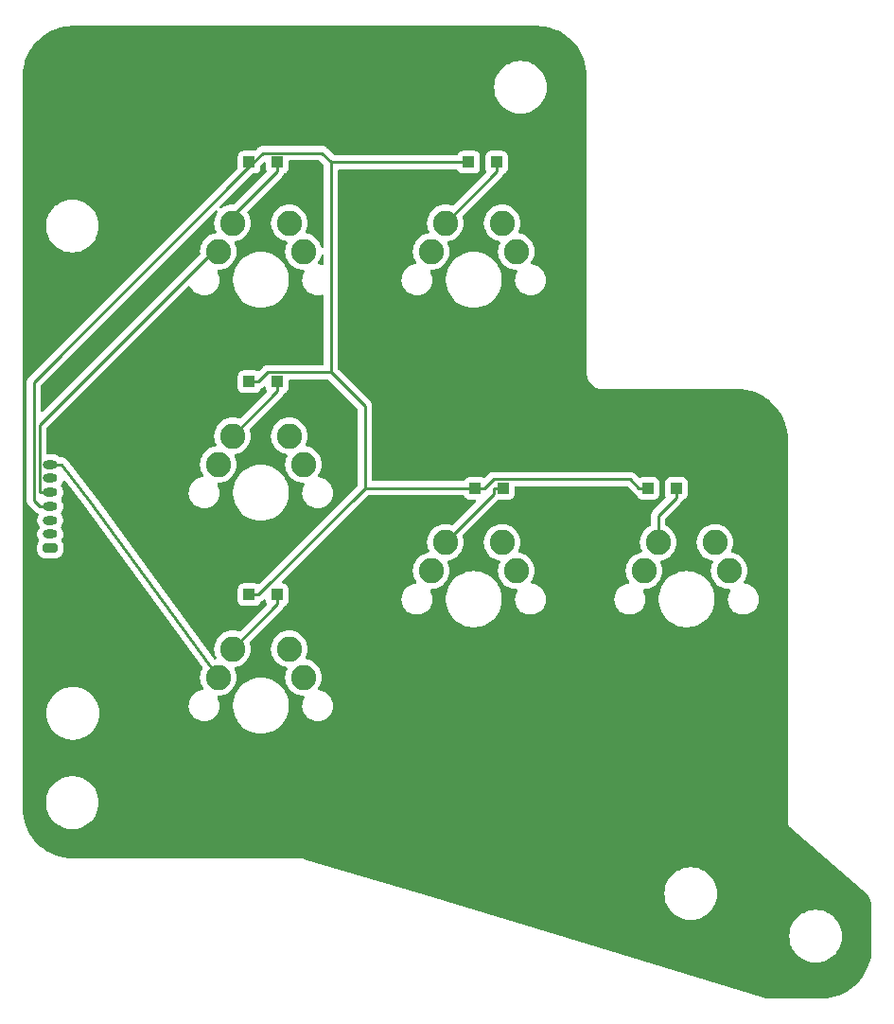
<source format=gbr>
G04 #@! TF.GenerationSoftware,KiCad,Pcbnew,(6.0.2)*
G04 #@! TF.CreationDate,2022-03-15T14:10:59+03:00*
G04 #@! TF.ProjectId,kinesis-thumb-pcb,6b696e65-7369-4732-9d74-68756d622d70,rev?*
G04 #@! TF.SameCoordinates,Original*
G04 #@! TF.FileFunction,Copper,L1,Top*
G04 #@! TF.FilePolarity,Positive*
%FSLAX46Y46*%
G04 Gerber Fmt 4.6, Leading zero omitted, Abs format (unit mm)*
G04 Created by KiCad (PCBNEW (6.0.2)) date 2022-03-15 14:10:59*
%MOMM*%
%LPD*%
G01*
G04 APERTURE LIST*
G04 Aperture macros list*
%AMRoundRect*
0 Rectangle with rounded corners*
0 $1 Rounding radius*
0 $2 $3 $4 $5 $6 $7 $8 $9 X,Y pos of 4 corners*
0 Add a 4 corners polygon primitive as box body*
4,1,4,$2,$3,$4,$5,$6,$7,$8,$9,$2,$3,0*
0 Add four circle primitives for the rounded corners*
1,1,$1+$1,$2,$3*
1,1,$1+$1,$4,$5*
1,1,$1+$1,$6,$7*
1,1,$1+$1,$8,$9*
0 Add four rect primitives between the rounded corners*
20,1,$1+$1,$2,$3,$4,$5,0*
20,1,$1+$1,$4,$5,$6,$7,0*
20,1,$1+$1,$6,$7,$8,$9,0*
20,1,$1+$1,$8,$9,$2,$3,0*%
G04 Aperture macros list end*
G04 #@! TA.AperFunction,SMDPad,CuDef*
%ADD10R,1.000000X1.000000*%
G04 #@! TD*
G04 #@! TA.AperFunction,ComponentPad*
%ADD11RoundRect,0.200000X0.450000X-0.200000X0.450000X0.200000X-0.450000X0.200000X-0.450000X-0.200000X0*%
G04 #@! TD*
G04 #@! TA.AperFunction,ComponentPad*
%ADD12O,1.300000X0.800000*%
G04 #@! TD*
G04 #@! TA.AperFunction,ComponentPad*
%ADD13C,2.250000*%
G04 #@! TD*
G04 #@! TA.AperFunction,Conductor*
%ADD14C,0.250000*%
G04 #@! TD*
G04 APERTURE END LIST*
D10*
X221992000Y-67865700D03*
X224492000Y-67865700D03*
X206514000Y-67865700D03*
X209014000Y-67865700D03*
X205919000Y-38695300D03*
X208419000Y-38695300D03*
X186274000Y-38695300D03*
X188774000Y-38695300D03*
X186274000Y-58340700D03*
X188774000Y-58340700D03*
X186274000Y-77390700D03*
X188774000Y-77390700D03*
D11*
X168473000Y-73223000D03*
D12*
X168473000Y-71973000D03*
X168473000Y-70723000D03*
X168473000Y-69473000D03*
X168473000Y-68223000D03*
X168473000Y-66973000D03*
X168473000Y-65723000D03*
D13*
X202565000Y-75247500D03*
X208915000Y-72707500D03*
X202565000Y-46672500D03*
X208915000Y-44132500D03*
X183515000Y-46672500D03*
X189865000Y-44132500D03*
X183515000Y-65722500D03*
X189865000Y-63182500D03*
X183515000Y-84772500D03*
X189865000Y-82232500D03*
X221615000Y-75247500D03*
X227965000Y-72707500D03*
X229235000Y-75247500D03*
X222885000Y-72707500D03*
X210185000Y-75247500D03*
X203835000Y-72707500D03*
X210185000Y-46672500D03*
X203835000Y-44132500D03*
X191135000Y-46672500D03*
X184785000Y-44132500D03*
X191135000Y-65722500D03*
X184785000Y-63182500D03*
X191135000Y-84772500D03*
X184785000Y-82232500D03*
D14*
X187946600Y-57493400D02*
X193605400Y-57493400D01*
X187099300Y-77390700D02*
X196624300Y-67865700D01*
X196624300Y-60512300D02*
X196624300Y-67865700D01*
X196624300Y-67865700D02*
X206514000Y-67865700D01*
X166990400Y-58391600D02*
X186686700Y-38695300D01*
X220341400Y-67040400D02*
X221166700Y-67865700D01*
X208164600Y-67040400D02*
X220341400Y-67040400D01*
X166990400Y-68965700D02*
X166990400Y-58391600D01*
X206514000Y-67865700D02*
X207339300Y-67865700D01*
X186686700Y-38695300D02*
X187512000Y-37870000D01*
X193605400Y-38695300D02*
X205093700Y-38695300D01*
X207339300Y-67865700D02*
X208164600Y-67040400D01*
X192780100Y-37870000D02*
X193605400Y-38695300D01*
X167497700Y-69473000D02*
X166990400Y-68965700D01*
X193605400Y-38695300D02*
X193605400Y-57493400D01*
X186274000Y-58340700D02*
X187099300Y-58340700D01*
X168473000Y-69473000D02*
X167497700Y-69473000D01*
X205919000Y-38695300D02*
X205093700Y-38695300D01*
X221992000Y-67865700D02*
X221166700Y-67865700D01*
X187512000Y-37870000D02*
X192780100Y-37870000D01*
X186274000Y-38695300D02*
X186686700Y-38695300D01*
X193605400Y-57493400D02*
X196624300Y-60512300D01*
X186274000Y-77390700D02*
X187099300Y-77390700D01*
X187099300Y-58340700D02*
X187946600Y-57493400D01*
X183031200Y-46672500D02*
X167497700Y-62206000D01*
X183515000Y-46672500D02*
X183031200Y-46672500D01*
X168473000Y-68223000D02*
X167497700Y-68223000D01*
X167497700Y-62206000D02*
X167497700Y-68223000D01*
X172045168Y-69056192D02*
X169448300Y-65723000D01*
X183515000Y-84772500D02*
X172045168Y-69056192D01*
X169448300Y-65723000D02*
X168473000Y-65723000D01*
X184785000Y-43509600D02*
X188774000Y-39520600D01*
X184785000Y-44132500D02*
X184785000Y-43509600D01*
X188774000Y-38695300D02*
X188774000Y-39520600D01*
X188774000Y-59193500D02*
X188774000Y-58340700D01*
X184785000Y-63182500D02*
X188774000Y-59193500D01*
X184785000Y-82232500D02*
X188774000Y-78243500D01*
X188774000Y-78243500D02*
X188774000Y-77390700D01*
X208188700Y-68353800D02*
X208188700Y-67865700D01*
X203835000Y-72707500D02*
X208188700Y-68353800D01*
X209014000Y-67865700D02*
X208188700Y-67865700D01*
X208419000Y-39548500D02*
X208419000Y-38695300D01*
X203835000Y-44132500D02*
X208419000Y-39548500D01*
X222885000Y-72707500D02*
X222885000Y-70298000D01*
X222885000Y-70298000D02*
X224492000Y-68691000D01*
X224492000Y-67865700D02*
X224492000Y-68691000D01*
G04 #@! TA.AperFunction,NonConductor*
G36*
X187683532Y-38698538D02*
G01*
X187740368Y-38741085D01*
X187765179Y-38807605D01*
X187765500Y-38816594D01*
X187765500Y-39243434D01*
X187772255Y-39305616D01*
X187823385Y-39442005D01*
X187826537Y-39446210D01*
X187841305Y-39513741D01*
X187816567Y-39580288D01*
X187804711Y-39593985D01*
X184937085Y-42461611D01*
X184874773Y-42495637D01*
X184838105Y-42498128D01*
X184789931Y-42494337D01*
X184789930Y-42494337D01*
X184785000Y-42493949D01*
X184528674Y-42514122D01*
X184523867Y-42515276D01*
X184523861Y-42515277D01*
X184365502Y-42553296D01*
X184278660Y-42574145D01*
X184274089Y-42576038D01*
X184274087Y-42576039D01*
X184045687Y-42670645D01*
X184045683Y-42670647D01*
X184041113Y-42672540D01*
X184036893Y-42675126D01*
X183823418Y-42805944D01*
X183754884Y-42824482D01*
X183687208Y-42803026D01*
X183641875Y-42748387D01*
X183633278Y-42677912D01*
X183668488Y-42609416D01*
X186537199Y-39740705D01*
X186599511Y-39706679D01*
X186626294Y-39703800D01*
X186822134Y-39703800D01*
X186884316Y-39697045D01*
X187020705Y-39645915D01*
X187137261Y-39558561D01*
X187224615Y-39442005D01*
X187275745Y-39305616D01*
X187282500Y-39243434D01*
X187282500Y-39047594D01*
X187302502Y-38979473D01*
X187319405Y-38958499D01*
X187550405Y-38727499D01*
X187612717Y-38693473D01*
X187683532Y-38698538D01*
G37*
G04 #@! TD.AperFunction*
G04 #@! TA.AperFunction,NonConductor*
G36*
X192892451Y-46966102D02*
G01*
X192948362Y-47009856D01*
X192971900Y-47083187D01*
X192971900Y-47766639D01*
X192951898Y-47834760D01*
X192898242Y-47881253D01*
X192827968Y-47891357D01*
X192802909Y-47885078D01*
X192788597Y-47879883D01*
X192766711Y-47871939D01*
X192761462Y-47870990D01*
X192761459Y-47870989D01*
X192541440Y-47831203D01*
X192477966Y-47799399D01*
X192441763Y-47738326D01*
X192444325Y-47667376D01*
X192460650Y-47635637D01*
X192460616Y-47635616D01*
X192460893Y-47635164D01*
X192594960Y-47416387D01*
X192606881Y-47387609D01*
X192691461Y-47183413D01*
X192691462Y-47183411D01*
X192693355Y-47178840D01*
X192723381Y-47053773D01*
X192758733Y-46992204D01*
X192821760Y-46959521D01*
X192892451Y-46966102D01*
G37*
G04 #@! TD.AperFunction*
G04 #@! TA.AperFunction,NonConductor*
G36*
X183395043Y-42987027D02*
G01*
X183451879Y-43029574D01*
X183476690Y-43096094D01*
X183458444Y-43170918D01*
X183325040Y-43388613D01*
X183323147Y-43393183D01*
X183323145Y-43393187D01*
X183240150Y-43593555D01*
X183226645Y-43626160D01*
X183166622Y-43876174D01*
X183146449Y-44132500D01*
X183166622Y-44388826D01*
X183167776Y-44393633D01*
X183167777Y-44393639D01*
X183205796Y-44551998D01*
X183226645Y-44638840D01*
X183325040Y-44876387D01*
X183326441Y-44878674D01*
X183339427Y-44947831D01*
X183312724Y-45013615D01*
X183254696Y-45054519D01*
X183243470Y-45057772D01*
X183157376Y-45078441D01*
X183008660Y-45114145D01*
X183004089Y-45116038D01*
X183004087Y-45116039D01*
X182775687Y-45210645D01*
X182775683Y-45210647D01*
X182771113Y-45212540D01*
X182551884Y-45346884D01*
X182356369Y-45513869D01*
X182189384Y-45709384D01*
X182055040Y-45928613D01*
X181956645Y-46166160D01*
X181955490Y-46170972D01*
X181903739Y-46386531D01*
X181896622Y-46416174D01*
X181876449Y-46672500D01*
X181876837Y-46677430D01*
X181890777Y-46854554D01*
X181876181Y-46924034D01*
X181854260Y-46953535D01*
X167838995Y-60968800D01*
X167776683Y-61002826D01*
X167705868Y-60997761D01*
X167649032Y-60955214D01*
X167624221Y-60888694D01*
X167623900Y-60879705D01*
X167623900Y-58706194D01*
X167643902Y-58638073D01*
X167660805Y-58617099D01*
X183261916Y-43015988D01*
X183324228Y-42981962D01*
X183395043Y-42987027D01*
G37*
G04 #@! TD.AperFunction*
G04 #@! TA.AperFunction,NonConductor*
G36*
X192533627Y-38523502D02*
G01*
X192554601Y-38540405D01*
X192934995Y-38920799D01*
X192969021Y-38983111D01*
X192971900Y-39009894D01*
X192971900Y-46261813D01*
X192951898Y-46329934D01*
X192898242Y-46376427D01*
X192827968Y-46386531D01*
X192763388Y-46357037D01*
X192723381Y-46291227D01*
X192694510Y-46170972D01*
X192693355Y-46166160D01*
X192594960Y-45928613D01*
X192460616Y-45709384D01*
X192293631Y-45513869D01*
X192098116Y-45346884D01*
X191878887Y-45212540D01*
X191874317Y-45210647D01*
X191874313Y-45210645D01*
X191645913Y-45116039D01*
X191645911Y-45116038D01*
X191641340Y-45114145D01*
X191492624Y-45078441D01*
X191406530Y-45057772D01*
X191344961Y-45022420D01*
X191312278Y-44959393D01*
X191318859Y-44888702D01*
X191322933Y-44879695D01*
X191324960Y-44876387D01*
X191423355Y-44638840D01*
X191444204Y-44551998D01*
X191482223Y-44393639D01*
X191482224Y-44393633D01*
X191483378Y-44388826D01*
X191503551Y-44132500D01*
X191483378Y-43876174D01*
X191423355Y-43626160D01*
X191409850Y-43593555D01*
X191326855Y-43393187D01*
X191326853Y-43393183D01*
X191324960Y-43388613D01*
X191190616Y-43169384D01*
X191023631Y-42973869D01*
X190828116Y-42806884D01*
X190608887Y-42672540D01*
X190604317Y-42670647D01*
X190604313Y-42670645D01*
X190375913Y-42576039D01*
X190375911Y-42576038D01*
X190371340Y-42574145D01*
X190284498Y-42553296D01*
X190126139Y-42515277D01*
X190126133Y-42515276D01*
X190121326Y-42514122D01*
X189865000Y-42493949D01*
X189608674Y-42514122D01*
X189603867Y-42515276D01*
X189603861Y-42515277D01*
X189445502Y-42553296D01*
X189358660Y-42574145D01*
X189354089Y-42576038D01*
X189354087Y-42576039D01*
X189125687Y-42670645D01*
X189125683Y-42670647D01*
X189121113Y-42672540D01*
X188901884Y-42806884D01*
X188706369Y-42973869D01*
X188539384Y-43169384D01*
X188405040Y-43388613D01*
X188403147Y-43393183D01*
X188403145Y-43393187D01*
X188320150Y-43593555D01*
X188306645Y-43626160D01*
X188246622Y-43876174D01*
X188226449Y-44132500D01*
X188246622Y-44388826D01*
X188247776Y-44393633D01*
X188247777Y-44393639D01*
X188285796Y-44551998D01*
X188306645Y-44638840D01*
X188308538Y-44643411D01*
X188308539Y-44643413D01*
X188337177Y-44712550D01*
X188405040Y-44876387D01*
X188539384Y-45095616D01*
X188706369Y-45291131D01*
X188901884Y-45458116D01*
X189121113Y-45592460D01*
X189125683Y-45594353D01*
X189125687Y-45594355D01*
X189354087Y-45688961D01*
X189358660Y-45690855D01*
X189420157Y-45705619D01*
X189593470Y-45747228D01*
X189655039Y-45782580D01*
X189687722Y-45845607D01*
X189681141Y-45916298D01*
X189677067Y-45925305D01*
X189675040Y-45928613D01*
X189576645Y-46166160D01*
X189575490Y-46170972D01*
X189523739Y-46386531D01*
X189516622Y-46416174D01*
X189496449Y-46672500D01*
X189516622Y-46928826D01*
X189517776Y-46933633D01*
X189517777Y-46933639D01*
X189536976Y-47013606D01*
X189576645Y-47178840D01*
X189578538Y-47183411D01*
X189578539Y-47183413D01*
X189663120Y-47387609D01*
X189675040Y-47416387D01*
X189809384Y-47635616D01*
X189976369Y-47831131D01*
X190171884Y-47998116D01*
X190391113Y-48132460D01*
X190395683Y-48134353D01*
X190395687Y-48134355D01*
X190624087Y-48228961D01*
X190628660Y-48230855D01*
X190715502Y-48251704D01*
X190873861Y-48289723D01*
X190873867Y-48289724D01*
X190878674Y-48290878D01*
X191116644Y-48309606D01*
X191182984Y-48334891D01*
X191225124Y-48392029D01*
X191229683Y-48462879D01*
X191219074Y-48492323D01*
X191120931Y-48685356D01*
X191118513Y-48690112D01*
X191048889Y-48914340D01*
X191048188Y-48919629D01*
X191031092Y-49048616D01*
X191018039Y-49147093D01*
X191026848Y-49381716D01*
X191027943Y-49386934D01*
X191052794Y-49505371D01*
X191075062Y-49611501D01*
X191161302Y-49829877D01*
X191283104Y-50030600D01*
X191436985Y-50207932D01*
X191441117Y-50211320D01*
X191614416Y-50353417D01*
X191614422Y-50353421D01*
X191618544Y-50356801D01*
X191623180Y-50359440D01*
X191623183Y-50359442D01*
X191734408Y-50422755D01*
X191822590Y-50472951D01*
X192043289Y-50553061D01*
X192048538Y-50554010D01*
X192048541Y-50554011D01*
X192129615Y-50568671D01*
X192274330Y-50594840D01*
X192278469Y-50595035D01*
X192278476Y-50595036D01*
X192297440Y-50595930D01*
X192297449Y-50595930D01*
X192298929Y-50596000D01*
X192463950Y-50596000D01*
X192545299Y-50589097D01*
X192633637Y-50581602D01*
X192633641Y-50581601D01*
X192638948Y-50581151D01*
X192644103Y-50579813D01*
X192644109Y-50579812D01*
X192814246Y-50535653D01*
X192885207Y-50537900D01*
X192943688Y-50578155D01*
X192971123Y-50643637D01*
X192971900Y-50657612D01*
X192971900Y-56733900D01*
X192951898Y-56802021D01*
X192898242Y-56848514D01*
X192845900Y-56859900D01*
X188025367Y-56859900D01*
X188014184Y-56859373D01*
X188006691Y-56857698D01*
X187998765Y-56857947D01*
X187998764Y-56857947D01*
X187938614Y-56859838D01*
X187934655Y-56859900D01*
X187906744Y-56859900D01*
X187902810Y-56860397D01*
X187902809Y-56860397D01*
X187902744Y-56860405D01*
X187890907Y-56861338D01*
X187859090Y-56862338D01*
X187854629Y-56862478D01*
X187846710Y-56862727D01*
X187829054Y-56867856D01*
X187827258Y-56868378D01*
X187807906Y-56872386D01*
X187800835Y-56873280D01*
X187787803Y-56874926D01*
X187780434Y-56877843D01*
X187780432Y-56877844D01*
X187746697Y-56891200D01*
X187735469Y-56895045D01*
X187693007Y-56907382D01*
X187686184Y-56911417D01*
X187686182Y-56911418D01*
X187675572Y-56917693D01*
X187657824Y-56926388D01*
X187638983Y-56933848D01*
X187632567Y-56938510D01*
X187632566Y-56938510D01*
X187603213Y-56959836D01*
X187593293Y-56966352D01*
X187562065Y-56984820D01*
X187562062Y-56984822D01*
X187555238Y-56988858D01*
X187540917Y-57003179D01*
X187525884Y-57016019D01*
X187509493Y-57027928D01*
X187504442Y-57034033D01*
X187504437Y-57034038D01*
X187481301Y-57062004D01*
X187473313Y-57070782D01*
X187172684Y-57371411D01*
X187110372Y-57405437D01*
X187039557Y-57400372D01*
X187026404Y-57394356D01*
X187020705Y-57390085D01*
X187012304Y-57386936D01*
X187012301Y-57386934D01*
X186931586Y-57356676D01*
X186884316Y-57338955D01*
X186822134Y-57332200D01*
X185725866Y-57332200D01*
X185663684Y-57338955D01*
X185527295Y-57390085D01*
X185410739Y-57477439D01*
X185323385Y-57593995D01*
X185272255Y-57730384D01*
X185265500Y-57792566D01*
X185265500Y-58888834D01*
X185272255Y-58951016D01*
X185323385Y-59087405D01*
X185410739Y-59203961D01*
X185527295Y-59291315D01*
X185663684Y-59342445D01*
X185725866Y-59349200D01*
X186822134Y-59349200D01*
X186884316Y-59342445D01*
X187020705Y-59291315D01*
X187137261Y-59203961D01*
X187224615Y-59087405D01*
X187254366Y-59008045D01*
X187297008Y-58951281D01*
X187337195Y-58931279D01*
X187352893Y-58926718D01*
X187359712Y-58922685D01*
X187359717Y-58922683D01*
X187370328Y-58916407D01*
X187388076Y-58907712D01*
X187406917Y-58900252D01*
X187442687Y-58874264D01*
X187452607Y-58867748D01*
X187483835Y-58849280D01*
X187483838Y-58849278D01*
X187490662Y-58845242D01*
X187504983Y-58830921D01*
X187520017Y-58818080D01*
X187529994Y-58810831D01*
X187536407Y-58806172D01*
X187541461Y-58800063D01*
X187541465Y-58800059D01*
X187542418Y-58798908D01*
X187543393Y-58798250D01*
X187547241Y-58794636D01*
X187547824Y-58795257D01*
X187601252Y-58759171D01*
X187672231Y-58757551D01*
X187732817Y-58794562D01*
X187763776Y-58858453D01*
X187765500Y-58879226D01*
X187765500Y-58888834D01*
X187772255Y-58951016D01*
X187823385Y-59087405D01*
X187828771Y-59094591D01*
X187833079Y-59102460D01*
X187831106Y-59103540D01*
X187851607Y-59158415D01*
X187836554Y-59227797D01*
X187815028Y-59256567D01*
X185461259Y-61610337D01*
X185398947Y-61644362D01*
X185323947Y-61637651D01*
X185291340Y-61624145D01*
X185197429Y-61601599D01*
X185046139Y-61565277D01*
X185046133Y-61565276D01*
X185041326Y-61564122D01*
X184785000Y-61543949D01*
X184528674Y-61564122D01*
X184523867Y-61565276D01*
X184523861Y-61565277D01*
X184372571Y-61601599D01*
X184278660Y-61624145D01*
X184274089Y-61626038D01*
X184274087Y-61626039D01*
X184045687Y-61720645D01*
X184045683Y-61720647D01*
X184041113Y-61722540D01*
X183821884Y-61856884D01*
X183626369Y-62023869D01*
X183459384Y-62219384D01*
X183325040Y-62438613D01*
X183323147Y-62443183D01*
X183323145Y-62443187D01*
X183261241Y-62592638D01*
X183226645Y-62676160D01*
X183166622Y-62926174D01*
X183146449Y-63182500D01*
X183166622Y-63438826D01*
X183167776Y-63443633D01*
X183167777Y-63443639D01*
X183181941Y-63502635D01*
X183226645Y-63688840D01*
X183325040Y-63926387D01*
X183326441Y-63928674D01*
X183339427Y-63997831D01*
X183312724Y-64063615D01*
X183254696Y-64104519D01*
X183243470Y-64107772D01*
X183157376Y-64128441D01*
X183008660Y-64164145D01*
X183004089Y-64166038D01*
X183004087Y-64166039D01*
X182775687Y-64260645D01*
X182775683Y-64260647D01*
X182771113Y-64262540D01*
X182551884Y-64396884D01*
X182356369Y-64563869D01*
X182189384Y-64759384D01*
X182055040Y-64978613D01*
X182053147Y-64983183D01*
X182053145Y-64983187D01*
X181960682Y-65206414D01*
X181956645Y-65216160D01*
X181896622Y-65466174D01*
X181876449Y-65722500D01*
X181896622Y-65978826D01*
X181956645Y-66228840D01*
X181958538Y-66233411D01*
X181958539Y-66233413D01*
X182051739Y-66458417D01*
X182055040Y-66466387D01*
X182189384Y-66685616D01*
X182190919Y-66687414D01*
X182214541Y-66753598D01*
X182198467Y-66822751D01*
X182147558Y-66872236D01*
X182099401Y-66886352D01*
X182016363Y-66893398D01*
X182016359Y-66893399D01*
X182011052Y-66893849D01*
X182005897Y-66895187D01*
X182005891Y-66895188D01*
X181828177Y-66941314D01*
X181783794Y-66952833D01*
X181778928Y-66955025D01*
X181778925Y-66955026D01*
X181574583Y-67047076D01*
X181574580Y-67047077D01*
X181569722Y-67049266D01*
X181374959Y-67180388D01*
X181371102Y-67184067D01*
X181371100Y-67184069D01*
X181320967Y-67231894D01*
X181205073Y-67342451D01*
X181064922Y-67530821D01*
X181062506Y-67535572D01*
X181062504Y-67535576D01*
X180993112Y-67672061D01*
X180958513Y-67740112D01*
X180888889Y-67964340D01*
X180888188Y-67969629D01*
X180871092Y-68098616D01*
X180858039Y-68197093D01*
X180866848Y-68431716D01*
X180871855Y-68455579D01*
X180912145Y-68647597D01*
X180915062Y-68661501D01*
X181001302Y-68879877D01*
X181004071Y-68884440D01*
X181118612Y-69073197D01*
X181123104Y-69080600D01*
X181276985Y-69257932D01*
X181281117Y-69261320D01*
X181454416Y-69403417D01*
X181454422Y-69403421D01*
X181458544Y-69406801D01*
X181463180Y-69409440D01*
X181463183Y-69409442D01*
X181574408Y-69472755D01*
X181662590Y-69522951D01*
X181883289Y-69603061D01*
X181888538Y-69604010D01*
X181888541Y-69604011D01*
X181969615Y-69618671D01*
X182114330Y-69644840D01*
X182118469Y-69645035D01*
X182118476Y-69645036D01*
X182137440Y-69645930D01*
X182137449Y-69645930D01*
X182138929Y-69646000D01*
X182303950Y-69646000D01*
X182385299Y-69639097D01*
X182473637Y-69631602D01*
X182473641Y-69631601D01*
X182478948Y-69631151D01*
X182484103Y-69629813D01*
X182484109Y-69629812D01*
X182661823Y-69583686D01*
X182706206Y-69572167D01*
X182711072Y-69569975D01*
X182711075Y-69569974D01*
X182915417Y-69477924D01*
X182915420Y-69477923D01*
X182920278Y-69475734D01*
X183115041Y-69344612D01*
X183284927Y-69182549D01*
X183297529Y-69165612D01*
X183377839Y-69057670D01*
X183425078Y-68994179D01*
X183433485Y-68977645D01*
X183529069Y-68789644D01*
X183529069Y-68789643D01*
X183531487Y-68784888D01*
X183601111Y-68560660D01*
X183613371Y-68468160D01*
X183619763Y-68419938D01*
X184822600Y-68419938D01*
X184862064Y-68732330D01*
X184940370Y-69037313D01*
X185056284Y-69330077D01*
X185058186Y-69333536D01*
X185058187Y-69333539D01*
X185190901Y-69574944D01*
X185207976Y-69606004D01*
X185393055Y-69860744D01*
X185608602Y-70090278D01*
X185851218Y-70290987D01*
X186117076Y-70459706D01*
X186120655Y-70461390D01*
X186120662Y-70461394D01*
X186398394Y-70592084D01*
X186398398Y-70592086D01*
X186401984Y-70593773D01*
X186701448Y-70691075D01*
X187010746Y-70750077D01*
X187104300Y-70755963D01*
X187244358Y-70764775D01*
X187244374Y-70764776D01*
X187246353Y-70764900D01*
X187403647Y-70764900D01*
X187405626Y-70764776D01*
X187405642Y-70764775D01*
X187545700Y-70755963D01*
X187639254Y-70750077D01*
X187948552Y-70691075D01*
X188248016Y-70593773D01*
X188251602Y-70592086D01*
X188251606Y-70592084D01*
X188529338Y-70461394D01*
X188529345Y-70461390D01*
X188532924Y-70459706D01*
X188798782Y-70290987D01*
X189041398Y-70090278D01*
X189256945Y-69860744D01*
X189442024Y-69606004D01*
X189459100Y-69574944D01*
X189591813Y-69333539D01*
X189591814Y-69333536D01*
X189593716Y-69330077D01*
X189709630Y-69037313D01*
X189787936Y-68732330D01*
X189827400Y-68419938D01*
X189827400Y-68105062D01*
X189787936Y-67792670D01*
X189709630Y-67487687D01*
X189593716Y-67194923D01*
X189587749Y-67184069D01*
X189443933Y-66922468D01*
X189443931Y-66922465D01*
X189442024Y-66918996D01*
X189272136Y-66685164D01*
X189259273Y-66667460D01*
X189259272Y-66667458D01*
X189256945Y-66664256D01*
X189041398Y-66434722D01*
X188798782Y-66234013D01*
X188532924Y-66065294D01*
X188529345Y-66063610D01*
X188529338Y-66063606D01*
X188251606Y-65932916D01*
X188251602Y-65932914D01*
X188248016Y-65931227D01*
X187948552Y-65833925D01*
X187639254Y-65774923D01*
X187545700Y-65769037D01*
X187405642Y-65760225D01*
X187405626Y-65760224D01*
X187403647Y-65760100D01*
X187246353Y-65760100D01*
X187244374Y-65760224D01*
X187244358Y-65760225D01*
X187104300Y-65769037D01*
X187010746Y-65774923D01*
X186701448Y-65833925D01*
X186401984Y-65931227D01*
X186398398Y-65932914D01*
X186398394Y-65932916D01*
X186120662Y-66063606D01*
X186120655Y-66063610D01*
X186117076Y-66065294D01*
X185851218Y-66234013D01*
X185608602Y-66434722D01*
X185393055Y-66664256D01*
X185390728Y-66667458D01*
X185390727Y-66667460D01*
X185377864Y-66685164D01*
X185207976Y-66918996D01*
X185206069Y-66922465D01*
X185206067Y-66922468D01*
X185062251Y-67184069D01*
X185056284Y-67194923D01*
X184940370Y-67487687D01*
X184862064Y-67792670D01*
X184822600Y-68105062D01*
X184822600Y-68419938D01*
X183619763Y-68419938D01*
X183631261Y-68333190D01*
X183631261Y-68333187D01*
X183631961Y-68327907D01*
X183631744Y-68322113D01*
X183627250Y-68202423D01*
X183623152Y-68093284D01*
X183605358Y-68008478D01*
X183576035Y-67868726D01*
X183576034Y-67868723D01*
X183574938Y-67863499D01*
X183488698Y-67645123D01*
X183485928Y-67640559D01*
X183485926Y-67640554D01*
X183431522Y-67550898D01*
X183413283Y-67482284D01*
X183435035Y-67414702D01*
X183489871Y-67369608D01*
X183529353Y-67359921D01*
X183771326Y-67340878D01*
X183776133Y-67339724D01*
X183776139Y-67339723D01*
X183934498Y-67301704D01*
X184021340Y-67280855D01*
X184025913Y-67278961D01*
X184254313Y-67184355D01*
X184254317Y-67184353D01*
X184258887Y-67182460D01*
X184478116Y-67048116D01*
X184673631Y-66881131D01*
X184840616Y-66685616D01*
X184974960Y-66466387D01*
X184978262Y-66458417D01*
X185071461Y-66233413D01*
X185071462Y-66233411D01*
X185073355Y-66228840D01*
X185133378Y-65978826D01*
X185153551Y-65722500D01*
X185133378Y-65466174D01*
X185073355Y-65216160D01*
X185067738Y-65202598D01*
X185007060Y-65056110D01*
X184974960Y-64978613D01*
X184973559Y-64976326D01*
X184960573Y-64907169D01*
X184987276Y-64841385D01*
X185045304Y-64800481D01*
X185056530Y-64797228D01*
X185229843Y-64755619D01*
X185291340Y-64740855D01*
X185295913Y-64738961D01*
X185524313Y-64644355D01*
X185524317Y-64644353D01*
X185528887Y-64642460D01*
X185748116Y-64508116D01*
X185943631Y-64341131D01*
X186110616Y-64145616D01*
X186244960Y-63926387D01*
X186343355Y-63688840D01*
X186388059Y-63502635D01*
X186402223Y-63443639D01*
X186402224Y-63443633D01*
X186403378Y-63438826D01*
X186423551Y-63182500D01*
X188226449Y-63182500D01*
X188246622Y-63438826D01*
X188247776Y-63443633D01*
X188247777Y-63443639D01*
X188261941Y-63502635D01*
X188306645Y-63688840D01*
X188405040Y-63926387D01*
X188539384Y-64145616D01*
X188706369Y-64341131D01*
X188901884Y-64508116D01*
X189121113Y-64642460D01*
X189125683Y-64644353D01*
X189125687Y-64644355D01*
X189354087Y-64738961D01*
X189358660Y-64740855D01*
X189420157Y-64755619D01*
X189593470Y-64797228D01*
X189655039Y-64832580D01*
X189687722Y-64895607D01*
X189681141Y-64966298D01*
X189677067Y-64975305D01*
X189675040Y-64978613D01*
X189642940Y-65056110D01*
X189582263Y-65202598D01*
X189576645Y-65216160D01*
X189516622Y-65466174D01*
X189496449Y-65722500D01*
X189516622Y-65978826D01*
X189576645Y-66228840D01*
X189578538Y-66233411D01*
X189578539Y-66233413D01*
X189671739Y-66458417D01*
X189675040Y-66466387D01*
X189809384Y-66685616D01*
X189976369Y-66881131D01*
X190171884Y-67048116D01*
X190391113Y-67182460D01*
X190395683Y-67184353D01*
X190395687Y-67184355D01*
X190624087Y-67278961D01*
X190628660Y-67280855D01*
X190715502Y-67301704D01*
X190873861Y-67339723D01*
X190873867Y-67339724D01*
X190878674Y-67340878D01*
X191116644Y-67359606D01*
X191182984Y-67384891D01*
X191225124Y-67442029D01*
X191229683Y-67512879D01*
X191219074Y-67542323D01*
X191153112Y-67672061D01*
X191118513Y-67740112D01*
X191048889Y-67964340D01*
X191048188Y-67969629D01*
X191031092Y-68098616D01*
X191018039Y-68197093D01*
X191026848Y-68431716D01*
X191031855Y-68455579D01*
X191072145Y-68647597D01*
X191075062Y-68661501D01*
X191161302Y-68879877D01*
X191164071Y-68884440D01*
X191278612Y-69073197D01*
X191283104Y-69080600D01*
X191436985Y-69257932D01*
X191441117Y-69261320D01*
X191614416Y-69403417D01*
X191614422Y-69403421D01*
X191618544Y-69406801D01*
X191623180Y-69409440D01*
X191623183Y-69409442D01*
X191734408Y-69472755D01*
X191822590Y-69522951D01*
X192043289Y-69603061D01*
X192048538Y-69604010D01*
X192048541Y-69604011D01*
X192129615Y-69618671D01*
X192274330Y-69644840D01*
X192278469Y-69645035D01*
X192278476Y-69645036D01*
X192297440Y-69645930D01*
X192297449Y-69645930D01*
X192298929Y-69646000D01*
X192463950Y-69646000D01*
X192545299Y-69639097D01*
X192633637Y-69631602D01*
X192633641Y-69631601D01*
X192638948Y-69631151D01*
X192644103Y-69629813D01*
X192644109Y-69629812D01*
X192821823Y-69583686D01*
X192866206Y-69572167D01*
X192871072Y-69569975D01*
X192871075Y-69569974D01*
X193075417Y-69477924D01*
X193075420Y-69477923D01*
X193080278Y-69475734D01*
X193275041Y-69344612D01*
X193444927Y-69182549D01*
X193457529Y-69165612D01*
X193537839Y-69057670D01*
X193585078Y-68994179D01*
X193593485Y-68977645D01*
X193689069Y-68789644D01*
X193689069Y-68789643D01*
X193691487Y-68784888D01*
X193761111Y-68560660D01*
X193773371Y-68468160D01*
X193791261Y-68333190D01*
X193791261Y-68333187D01*
X193791961Y-68327907D01*
X193791744Y-68322113D01*
X193787250Y-68202423D01*
X193783152Y-68093284D01*
X193765358Y-68008478D01*
X193736035Y-67868726D01*
X193736034Y-67868723D01*
X193734938Y-67863499D01*
X193648698Y-67645123D01*
X193526896Y-67444400D01*
X193373015Y-67267068D01*
X193349742Y-67247985D01*
X193195584Y-67121583D01*
X193195578Y-67121579D01*
X193191456Y-67118199D01*
X193186820Y-67115560D01*
X193186817Y-67115558D01*
X192992053Y-67004692D01*
X192987410Y-67002049D01*
X192766711Y-66921939D01*
X192761462Y-66920990D01*
X192761459Y-66920989D01*
X192541440Y-66881203D01*
X192477966Y-66849399D01*
X192441763Y-66788326D01*
X192444325Y-66717376D01*
X192460650Y-66685637D01*
X192460616Y-66685616D01*
X192460893Y-66685164D01*
X192594960Y-66466387D01*
X192598262Y-66458417D01*
X192691461Y-66233413D01*
X192691462Y-66233411D01*
X192693355Y-66228840D01*
X192753378Y-65978826D01*
X192773551Y-65722500D01*
X192753378Y-65466174D01*
X192693355Y-65216160D01*
X192689318Y-65206414D01*
X192596855Y-64983187D01*
X192596853Y-64983183D01*
X192594960Y-64978613D01*
X192460616Y-64759384D01*
X192293631Y-64563869D01*
X192098116Y-64396884D01*
X191878887Y-64262540D01*
X191874317Y-64260647D01*
X191874313Y-64260645D01*
X191645913Y-64166039D01*
X191645911Y-64166038D01*
X191641340Y-64164145D01*
X191492624Y-64128441D01*
X191406530Y-64107772D01*
X191344961Y-64072420D01*
X191312278Y-64009393D01*
X191318859Y-63938702D01*
X191322933Y-63929695D01*
X191324960Y-63926387D01*
X191423355Y-63688840D01*
X191468059Y-63502635D01*
X191482223Y-63443639D01*
X191482224Y-63443633D01*
X191483378Y-63438826D01*
X191503551Y-63182500D01*
X191483378Y-62926174D01*
X191423355Y-62676160D01*
X191388759Y-62592638D01*
X191326855Y-62443187D01*
X191326853Y-62443183D01*
X191324960Y-62438613D01*
X191190616Y-62219384D01*
X191023631Y-62023869D01*
X190828116Y-61856884D01*
X190608887Y-61722540D01*
X190604317Y-61720647D01*
X190604313Y-61720645D01*
X190375913Y-61626039D01*
X190375911Y-61626038D01*
X190371340Y-61624145D01*
X190277429Y-61601599D01*
X190126139Y-61565277D01*
X190126133Y-61565276D01*
X190121326Y-61564122D01*
X189865000Y-61543949D01*
X189608674Y-61564122D01*
X189603867Y-61565276D01*
X189603861Y-61565277D01*
X189452571Y-61601599D01*
X189358660Y-61624145D01*
X189354089Y-61626038D01*
X189354087Y-61626039D01*
X189125687Y-61720645D01*
X189125683Y-61720647D01*
X189121113Y-61722540D01*
X188901884Y-61856884D01*
X188706369Y-62023869D01*
X188539384Y-62219384D01*
X188405040Y-62438613D01*
X188403147Y-62443183D01*
X188403145Y-62443187D01*
X188341241Y-62592638D01*
X188306645Y-62676160D01*
X188246622Y-62926174D01*
X188226449Y-63182500D01*
X186423551Y-63182500D01*
X186403378Y-62926174D01*
X186343355Y-62676160D01*
X186329849Y-62643553D01*
X186322260Y-62572965D01*
X186357163Y-62506241D01*
X189166253Y-59697152D01*
X189174539Y-59689612D01*
X189181018Y-59685500D01*
X189227644Y-59635848D01*
X189230398Y-59633007D01*
X189250135Y-59613270D01*
X189252615Y-59610073D01*
X189260320Y-59601051D01*
X189285159Y-59574600D01*
X189290586Y-59568821D01*
X189294405Y-59561875D01*
X189294407Y-59561872D01*
X189300348Y-59551066D01*
X189311199Y-59534547D01*
X189318758Y-59524801D01*
X189323614Y-59518541D01*
X189326759Y-59511272D01*
X189326762Y-59511268D01*
X189341174Y-59477963D01*
X189346391Y-59467313D01*
X189367695Y-59428560D01*
X189372733Y-59408937D01*
X189379132Y-59390245D01*
X189381548Y-59384663D01*
X189426951Y-59330086D01*
X189452959Y-59316712D01*
X189512295Y-59294468D01*
X189512296Y-59294467D01*
X189520705Y-59291315D01*
X189637261Y-59203961D01*
X189724615Y-59087405D01*
X189775745Y-58951016D01*
X189782500Y-58888834D01*
X189782500Y-58252900D01*
X189802502Y-58184779D01*
X189856158Y-58138286D01*
X189908500Y-58126900D01*
X193290806Y-58126900D01*
X193358927Y-58146902D01*
X193379901Y-58163805D01*
X195953895Y-60737799D01*
X195987921Y-60800111D01*
X195990800Y-60826894D01*
X195990800Y-67551105D01*
X195970798Y-67619226D01*
X195953895Y-67640200D01*
X187172684Y-76421411D01*
X187110372Y-76455437D01*
X187039557Y-76450372D01*
X187026404Y-76444356D01*
X187020705Y-76440085D01*
X187012304Y-76436936D01*
X187012301Y-76436934D01*
X186927543Y-76405160D01*
X186884316Y-76388955D01*
X186822134Y-76382200D01*
X185725866Y-76382200D01*
X185663684Y-76388955D01*
X185527295Y-76440085D01*
X185410739Y-76527439D01*
X185323385Y-76643995D01*
X185272255Y-76780384D01*
X185265500Y-76842566D01*
X185265500Y-77938834D01*
X185272255Y-78001016D01*
X185323385Y-78137405D01*
X185410739Y-78253961D01*
X185527295Y-78341315D01*
X185663684Y-78392445D01*
X185725866Y-78399200D01*
X186822134Y-78399200D01*
X186884316Y-78392445D01*
X187020705Y-78341315D01*
X187137261Y-78253961D01*
X187224615Y-78137405D01*
X187254366Y-78058045D01*
X187297008Y-78001281D01*
X187337195Y-77981279D01*
X187352893Y-77976718D01*
X187359712Y-77972685D01*
X187359717Y-77972683D01*
X187370328Y-77966407D01*
X187388076Y-77957712D01*
X187406917Y-77950252D01*
X187419681Y-77940979D01*
X187442687Y-77924264D01*
X187452607Y-77917748D01*
X187483835Y-77899280D01*
X187483838Y-77899278D01*
X187490662Y-77895242D01*
X187504983Y-77880921D01*
X187520017Y-77868080D01*
X187529994Y-77860831D01*
X187536407Y-77856172D01*
X187541461Y-77850063D01*
X187541465Y-77850059D01*
X187542418Y-77848908D01*
X187543393Y-77848250D01*
X187547241Y-77844636D01*
X187547824Y-77845257D01*
X187601252Y-77809171D01*
X187672231Y-77807551D01*
X187732817Y-77844562D01*
X187763776Y-77908453D01*
X187765500Y-77929226D01*
X187765500Y-77938834D01*
X187772255Y-78001016D01*
X187823385Y-78137405D01*
X187828771Y-78144591D01*
X187833079Y-78152460D01*
X187831106Y-78153540D01*
X187851607Y-78208415D01*
X187836554Y-78277797D01*
X187815028Y-78306567D01*
X185461259Y-80660337D01*
X185398947Y-80694362D01*
X185323947Y-80687651D01*
X185291340Y-80674145D01*
X185204498Y-80653296D01*
X185046139Y-80615277D01*
X185046133Y-80615276D01*
X185041326Y-80614122D01*
X184785000Y-80593949D01*
X184528674Y-80614122D01*
X184523867Y-80615276D01*
X184523861Y-80615277D01*
X184365502Y-80653296D01*
X184278660Y-80674145D01*
X184274089Y-80676038D01*
X184274087Y-80676039D01*
X184045687Y-80770645D01*
X184045683Y-80770647D01*
X184041113Y-80772540D01*
X183821884Y-80906884D01*
X183626369Y-81073869D01*
X183459384Y-81269384D01*
X183325040Y-81488613D01*
X183323147Y-81493183D01*
X183323145Y-81493187D01*
X183240150Y-81693555D01*
X183226645Y-81726160D01*
X183166622Y-81976174D01*
X183146449Y-82232500D01*
X183166622Y-82488826D01*
X183226645Y-82738840D01*
X183325040Y-82976387D01*
X183326441Y-82978674D01*
X183339427Y-83047831D01*
X183312724Y-83113615D01*
X183254696Y-83154519D01*
X183243469Y-83157772D01*
X183220788Y-83163217D01*
X183149880Y-83159669D01*
X183089597Y-83114976D01*
X178051579Y-76211732D01*
X172603309Y-68746349D01*
X172597152Y-68737019D01*
X172594089Y-68729983D01*
X172561851Y-68688603D01*
X172552256Y-68676288D01*
X172549875Y-68673131D01*
X172535724Y-68653741D01*
X172535717Y-68653733D01*
X172533390Y-68650544D01*
X172530679Y-68647669D01*
X172530673Y-68647662D01*
X172530611Y-68647597D01*
X172522890Y-68638595D01*
X169970547Y-65362553D01*
X169963557Y-65352629D01*
X169944549Y-65322678D01*
X169940300Y-65315982D01*
X169890047Y-65268792D01*
X169887412Y-65266244D01*
X169844204Y-65223219D01*
X169844203Y-65223219D01*
X169838588Y-65217627D01*
X169832147Y-65213836D01*
X169832072Y-65213782D01*
X169829116Y-65211568D01*
X169829079Y-65211539D01*
X169823621Y-65206414D01*
X169763218Y-65173207D01*
X169760060Y-65171411D01*
X169700645Y-65136443D01*
X169693461Y-65134372D01*
X169693387Y-65134343D01*
X169689984Y-65132937D01*
X169689906Y-65132903D01*
X169683360Y-65129305D01*
X169675684Y-65127334D01*
X169675681Y-65127333D01*
X169616601Y-65112163D01*
X169613043Y-65111194D01*
X169554465Y-65094311D01*
X169554460Y-65094310D01*
X169546847Y-65092116D01*
X169539367Y-65091897D01*
X169539286Y-65091887D01*
X169535614Y-65091368D01*
X169535589Y-65091364D01*
X169528330Y-65089500D01*
X169459416Y-65089500D01*
X169455727Y-65089446D01*
X169453835Y-65089391D01*
X169420693Y-65088419D01*
X169353189Y-65066432D01*
X169340086Y-65056120D01*
X169259944Y-64983960D01*
X169159010Y-64925686D01*
X169100279Y-64891777D01*
X169100278Y-64891776D01*
X169094556Y-64888473D01*
X168912928Y-64829458D01*
X168906367Y-64828768D01*
X168906365Y-64828768D01*
X168853111Y-64823171D01*
X168770610Y-64814500D01*
X168257200Y-64814500D01*
X168189079Y-64794498D01*
X168142586Y-64740842D01*
X168131200Y-64688500D01*
X168131200Y-62520594D01*
X168151202Y-62452473D01*
X168168105Y-62431499D01*
X180800828Y-49798776D01*
X180863140Y-49764750D01*
X180933955Y-49769815D01*
X180990791Y-49812362D01*
X181000820Y-49828657D01*
X181001302Y-49829877D01*
X181123104Y-50030600D01*
X181276985Y-50207932D01*
X181281117Y-50211320D01*
X181454416Y-50353417D01*
X181454422Y-50353421D01*
X181458544Y-50356801D01*
X181463180Y-50359440D01*
X181463183Y-50359442D01*
X181574408Y-50422755D01*
X181662590Y-50472951D01*
X181883289Y-50553061D01*
X181888538Y-50554010D01*
X181888541Y-50554011D01*
X181969615Y-50568671D01*
X182114330Y-50594840D01*
X182118469Y-50595035D01*
X182118476Y-50595036D01*
X182137440Y-50595930D01*
X182137449Y-50595930D01*
X182138929Y-50596000D01*
X182303950Y-50596000D01*
X182385299Y-50589097D01*
X182473637Y-50581602D01*
X182473641Y-50581601D01*
X182478948Y-50581151D01*
X182484103Y-50579813D01*
X182484109Y-50579812D01*
X182701035Y-50523509D01*
X182701034Y-50523509D01*
X182706206Y-50522167D01*
X182711072Y-50519975D01*
X182711075Y-50519974D01*
X182915417Y-50427924D01*
X182915420Y-50427923D01*
X182920278Y-50425734D01*
X183115041Y-50294612D01*
X183284927Y-50132549D01*
X183425078Y-49944179D01*
X183485719Y-49824908D01*
X183529069Y-49739644D01*
X183529069Y-49739643D01*
X183531487Y-49734888D01*
X183601111Y-49510660D01*
X183618202Y-49381716D01*
X183619763Y-49369938D01*
X184822600Y-49369938D01*
X184862064Y-49682330D01*
X184940370Y-49987313D01*
X185056284Y-50280077D01*
X185058186Y-50283536D01*
X185058187Y-50283539D01*
X185190112Y-50523509D01*
X185207976Y-50556004D01*
X185393055Y-50810744D01*
X185608602Y-51040278D01*
X185851218Y-51240987D01*
X186117076Y-51409706D01*
X186120655Y-51411390D01*
X186120662Y-51411394D01*
X186398394Y-51542084D01*
X186398398Y-51542086D01*
X186401984Y-51543773D01*
X186701448Y-51641075D01*
X187010746Y-51700077D01*
X187104300Y-51705963D01*
X187244358Y-51714775D01*
X187244374Y-51714776D01*
X187246353Y-51714900D01*
X187403647Y-51714900D01*
X187405626Y-51714776D01*
X187405642Y-51714775D01*
X187545700Y-51705963D01*
X187639254Y-51700077D01*
X187948552Y-51641075D01*
X188248016Y-51543773D01*
X188251602Y-51542086D01*
X188251606Y-51542084D01*
X188529338Y-51411394D01*
X188529345Y-51411390D01*
X188532924Y-51409706D01*
X188798782Y-51240987D01*
X189041398Y-51040278D01*
X189256945Y-50810744D01*
X189442024Y-50556004D01*
X189459889Y-50523509D01*
X189591813Y-50283539D01*
X189591814Y-50283536D01*
X189593716Y-50280077D01*
X189709630Y-49987313D01*
X189787936Y-49682330D01*
X189827400Y-49369938D01*
X189827400Y-49055062D01*
X189787936Y-48742670D01*
X189709630Y-48437687D01*
X189593716Y-48144923D01*
X189587749Y-48134069D01*
X189443933Y-47872468D01*
X189443931Y-47872465D01*
X189442024Y-47868996D01*
X189272136Y-47635164D01*
X189259273Y-47617460D01*
X189259272Y-47617458D01*
X189256945Y-47614256D01*
X189041398Y-47384722D01*
X188798782Y-47184013D01*
X188532924Y-47015294D01*
X188529345Y-47013610D01*
X188529338Y-47013606D01*
X188251606Y-46882916D01*
X188251602Y-46882914D01*
X188248016Y-46881227D01*
X187948552Y-46783925D01*
X187639254Y-46724923D01*
X187545700Y-46719037D01*
X187405642Y-46710225D01*
X187405626Y-46710224D01*
X187403647Y-46710100D01*
X187246353Y-46710100D01*
X187244374Y-46710224D01*
X187244358Y-46710225D01*
X187104300Y-46719037D01*
X187010746Y-46724923D01*
X186701448Y-46783925D01*
X186401984Y-46881227D01*
X186398398Y-46882914D01*
X186398394Y-46882916D01*
X186120662Y-47013606D01*
X186120655Y-47013610D01*
X186117076Y-47015294D01*
X185851218Y-47184013D01*
X185608602Y-47384722D01*
X185393055Y-47614256D01*
X185390728Y-47617458D01*
X185390727Y-47617460D01*
X185377864Y-47635164D01*
X185207976Y-47868996D01*
X185206069Y-47872465D01*
X185206067Y-47872468D01*
X185062251Y-48134069D01*
X185056284Y-48144923D01*
X184940370Y-48437687D01*
X184862064Y-48742670D01*
X184822600Y-49055062D01*
X184822600Y-49369938D01*
X183619763Y-49369938D01*
X183631261Y-49283190D01*
X183631261Y-49283187D01*
X183631961Y-49277907D01*
X183623152Y-49043284D01*
X183605358Y-48958478D01*
X183576035Y-48818726D01*
X183576034Y-48818723D01*
X183574938Y-48813499D01*
X183488698Y-48595123D01*
X183485928Y-48590559D01*
X183485926Y-48590554D01*
X183431522Y-48500898D01*
X183413283Y-48432284D01*
X183435035Y-48364702D01*
X183489871Y-48319608D01*
X183529353Y-48309921D01*
X183771326Y-48290878D01*
X183776133Y-48289724D01*
X183776139Y-48289723D01*
X183934498Y-48251704D01*
X184021340Y-48230855D01*
X184025913Y-48228961D01*
X184254313Y-48134355D01*
X184254317Y-48134353D01*
X184258887Y-48132460D01*
X184478116Y-47998116D01*
X184673631Y-47831131D01*
X184840616Y-47635616D01*
X184974960Y-47416387D01*
X184986881Y-47387609D01*
X185071461Y-47183413D01*
X185071462Y-47183411D01*
X185073355Y-47178840D01*
X185113024Y-47013606D01*
X185132223Y-46933639D01*
X185132224Y-46933633D01*
X185133378Y-46928826D01*
X185153551Y-46672500D01*
X185133378Y-46416174D01*
X185126262Y-46386531D01*
X185074510Y-46170972D01*
X185073355Y-46166160D01*
X184974960Y-45928613D01*
X184973559Y-45926326D01*
X184960573Y-45857169D01*
X184987276Y-45791385D01*
X185045304Y-45750481D01*
X185056530Y-45747228D01*
X185229843Y-45705619D01*
X185291340Y-45690855D01*
X185295913Y-45688961D01*
X185524313Y-45594355D01*
X185524317Y-45594353D01*
X185528887Y-45592460D01*
X185748116Y-45458116D01*
X185943631Y-45291131D01*
X186110616Y-45095616D01*
X186244960Y-44876387D01*
X186312824Y-44712550D01*
X186341461Y-44643413D01*
X186341462Y-44643411D01*
X186343355Y-44638840D01*
X186364204Y-44551998D01*
X186402223Y-44393639D01*
X186402224Y-44393633D01*
X186403378Y-44388826D01*
X186423551Y-44132500D01*
X186403378Y-43876174D01*
X186343355Y-43626160D01*
X186329850Y-43593555D01*
X186246855Y-43393187D01*
X186246853Y-43393183D01*
X186244960Y-43388613D01*
X186242374Y-43384393D01*
X186128511Y-43198585D01*
X186109973Y-43130051D01*
X186131429Y-43062374D01*
X186146849Y-43043655D01*
X189166253Y-40024252D01*
X189174539Y-40016712D01*
X189181018Y-40012600D01*
X189227644Y-39962948D01*
X189230398Y-39960107D01*
X189250135Y-39940370D01*
X189252615Y-39937173D01*
X189260320Y-39928151D01*
X189285159Y-39901700D01*
X189290586Y-39895921D01*
X189294405Y-39888975D01*
X189294407Y-39888972D01*
X189300348Y-39878166D01*
X189311199Y-39861647D01*
X189318758Y-39851901D01*
X189323614Y-39845641D01*
X189326759Y-39838372D01*
X189326762Y-39838368D01*
X189341174Y-39805063D01*
X189346391Y-39794413D01*
X189367695Y-39755660D01*
X189369666Y-39747983D01*
X189370216Y-39746594D01*
X189413889Y-39690620D01*
X189443138Y-39674994D01*
X189512297Y-39649067D01*
X189520705Y-39645915D01*
X189637261Y-39558561D01*
X189724615Y-39442005D01*
X189775745Y-39305616D01*
X189782500Y-39243434D01*
X189782500Y-38629500D01*
X189802502Y-38561379D01*
X189856158Y-38514886D01*
X189908500Y-38503500D01*
X192465506Y-38503500D01*
X192533627Y-38523502D01*
G37*
G04 #@! TD.AperFunction*
G04 #@! TA.AperFunction,NonConductor*
G36*
X211970057Y-26509500D02*
G01*
X211984858Y-26511805D01*
X211984861Y-26511805D01*
X211993730Y-26513186D01*
X212014158Y-26510515D01*
X212035983Y-26509571D01*
X212386007Y-26524853D01*
X212396958Y-26525811D01*
X212774579Y-26575527D01*
X212785403Y-26577436D01*
X213157243Y-26659870D01*
X213167860Y-26662715D01*
X213531110Y-26777248D01*
X213541425Y-26781001D01*
X213893334Y-26926766D01*
X213903269Y-26931399D01*
X214241128Y-27107278D01*
X214250637Y-27112768D01*
X214571860Y-27317410D01*
X214580864Y-27323714D01*
X214883043Y-27555583D01*
X214891463Y-27562649D01*
X215172268Y-27819959D01*
X215180041Y-27827732D01*
X215437351Y-28108537D01*
X215444417Y-28116957D01*
X215676286Y-28419136D01*
X215682590Y-28428140D01*
X215887232Y-28749363D01*
X215892722Y-28758872D01*
X216068601Y-29096731D01*
X216073238Y-29106675D01*
X216218996Y-29458568D01*
X216222752Y-29468890D01*
X216302235Y-29720975D01*
X216337285Y-29832139D01*
X216340130Y-29842757D01*
X216422564Y-30214597D01*
X216424473Y-30225421D01*
X216474189Y-30603042D01*
X216475147Y-30613993D01*
X216490104Y-30956583D01*
X216488724Y-30981461D01*
X216486814Y-30993730D01*
X216488638Y-31007678D01*
X216490936Y-31025251D01*
X216492000Y-31041589D01*
X216492000Y-57446792D01*
X216490254Y-57467697D01*
X216486929Y-57487460D01*
X216486776Y-57499999D01*
X216488886Y-57514733D01*
X216489835Y-57523580D01*
X216503536Y-57715159D01*
X216508557Y-57738240D01*
X216543659Y-57899600D01*
X216549388Y-57925938D01*
X216550955Y-57930140D01*
X216550957Y-57930146D01*
X216595867Y-58050553D01*
X216624771Y-58128046D01*
X216626925Y-58131991D01*
X216626926Y-58131993D01*
X216656288Y-58185766D01*
X216728149Y-58317369D01*
X216857418Y-58490053D01*
X217009947Y-58642582D01*
X217182631Y-58771851D01*
X217186585Y-58774010D01*
X217358254Y-58867748D01*
X217371954Y-58875229D01*
X217376166Y-58876800D01*
X217569854Y-58949043D01*
X217569860Y-58949045D01*
X217574062Y-58950612D01*
X217578448Y-58951566D01*
X217578451Y-58951567D01*
X217702621Y-58978578D01*
X217784841Y-58996464D01*
X217789329Y-58996785D01*
X217959597Y-59008963D01*
X217971506Y-59010387D01*
X217987462Y-59013071D01*
X217993817Y-59013149D01*
X217995142Y-59013165D01*
X217995146Y-59013165D01*
X218000001Y-59013224D01*
X218027589Y-59009273D01*
X218045452Y-59008000D01*
X229950672Y-59008000D01*
X229970057Y-59009500D01*
X229984858Y-59011805D01*
X229984861Y-59011805D01*
X229993730Y-59013186D01*
X230014158Y-59010515D01*
X230035983Y-59009571D01*
X230386007Y-59024853D01*
X230396958Y-59025811D01*
X230774579Y-59075527D01*
X230785403Y-59077436D01*
X231157243Y-59159870D01*
X231167860Y-59162715D01*
X231531110Y-59277248D01*
X231541425Y-59281001D01*
X231893334Y-59426766D01*
X231903269Y-59431399D01*
X232241128Y-59607278D01*
X232250637Y-59612768D01*
X232571860Y-59817410D01*
X232580864Y-59823714D01*
X232866942Y-60043228D01*
X232883043Y-60055583D01*
X232891460Y-60062647D01*
X233164016Y-60312397D01*
X233172268Y-60319959D01*
X233180037Y-60327728D01*
X233396969Y-60564468D01*
X233437351Y-60608537D01*
X233444417Y-60616957D01*
X233676286Y-60919136D01*
X233682590Y-60928140D01*
X233887232Y-61249363D01*
X233892722Y-61258872D01*
X234068601Y-61596731D01*
X234073234Y-61606666D01*
X234175807Y-61854300D01*
X234218996Y-61958568D01*
X234222752Y-61968890D01*
X234278819Y-62146710D01*
X234337285Y-62332139D01*
X234340130Y-62342757D01*
X234422564Y-62714597D01*
X234424473Y-62725421D01*
X234474189Y-63103042D01*
X234475147Y-63113993D01*
X234490104Y-63456583D01*
X234488724Y-63481461D01*
X234486814Y-63493730D01*
X234489274Y-63512539D01*
X234490936Y-63525251D01*
X234492000Y-63541589D01*
X234492000Y-97740123D01*
X234490466Y-97759724D01*
X234486825Y-97782844D01*
X234487974Y-97791749D01*
X234491692Y-97820565D01*
X234492000Y-97823642D01*
X234492000Y-97826477D01*
X234492637Y-97830921D01*
X234492637Y-97830928D01*
X234496459Y-97857615D01*
X234496696Y-97859355D01*
X234499028Y-97877432D01*
X234505444Y-97927161D01*
X234506893Y-97930470D01*
X234507405Y-97934045D01*
X234535689Y-97996253D01*
X234536404Y-97997857D01*
X234563819Y-98060455D01*
X234566140Y-98063225D01*
X234567633Y-98066510D01*
X234572772Y-98072474D01*
X234612261Y-98118303D01*
X234613308Y-98119534D01*
X234635614Y-98146164D01*
X234637756Y-98148039D01*
X234639810Y-98150276D01*
X234662619Y-98176747D01*
X234675314Y-98184975D01*
X234685546Y-98191607D01*
X234700006Y-98202532D01*
X236048541Y-99383043D01*
X241676609Y-104309867D01*
X241706029Y-104347758D01*
X241775888Y-104485736D01*
X241781196Y-104497731D01*
X241869002Y-104727842D01*
X241873034Y-104740324D01*
X241936439Y-104978310D01*
X241939152Y-104991144D01*
X241977474Y-105234444D01*
X241978837Y-105247489D01*
X241989774Y-105457310D01*
X241988445Y-105483254D01*
X241988195Y-105484857D01*
X241988195Y-105484862D01*
X241986814Y-105493730D01*
X241987978Y-105502632D01*
X241987978Y-105502635D01*
X241990936Y-105525251D01*
X241992000Y-105541589D01*
X241992000Y-108950672D01*
X241990500Y-108970056D01*
X241986814Y-108993730D01*
X241989485Y-109014158D01*
X241990429Y-109035983D01*
X241975173Y-109385414D01*
X241975147Y-109386007D01*
X241974189Y-109396958D01*
X241924473Y-109774579D01*
X241922564Y-109785403D01*
X241840130Y-110157243D01*
X241837285Y-110167860D01*
X241792942Y-110308500D01*
X241722755Y-110531103D01*
X241718996Y-110541432D01*
X241573238Y-110893325D01*
X241568601Y-110903269D01*
X241392722Y-111241128D01*
X241387232Y-111250637D01*
X241182590Y-111571860D01*
X241176286Y-111580864D01*
X240944417Y-111883043D01*
X240937351Y-111891463D01*
X240680041Y-112172268D01*
X240672268Y-112180041D01*
X240391463Y-112437351D01*
X240383043Y-112444417D01*
X240080864Y-112676286D01*
X240071860Y-112682590D01*
X239750637Y-112887232D01*
X239741128Y-112892722D01*
X239403269Y-113068601D01*
X239393334Y-113073234D01*
X239041425Y-113218999D01*
X239031110Y-113222752D01*
X238667861Y-113337285D01*
X238657243Y-113340130D01*
X238285403Y-113422564D01*
X238274579Y-113424473D01*
X237896958Y-113474189D01*
X237886007Y-113475147D01*
X237543417Y-113490104D01*
X237518539Y-113488724D01*
X237518160Y-113488665D01*
X237506270Y-113486814D01*
X237476936Y-113490650D01*
X237474749Y-113490936D01*
X237458411Y-113492000D01*
X232593410Y-113492000D01*
X232557071Y-113486646D01*
X214175406Y-107950000D01*
X234618439Y-107950000D01*
X234638660Y-108258507D01*
X234698975Y-108561735D01*
X234798354Y-108854496D01*
X234800177Y-108858192D01*
X234800180Y-108858200D01*
X234877088Y-109014152D01*
X234935096Y-109131780D01*
X234937390Y-109135213D01*
X234937391Y-109135214D01*
X235106861Y-109388845D01*
X235109575Y-109391939D01*
X235109579Y-109391945D01*
X235165084Y-109455236D01*
X235310710Y-109621290D01*
X235313799Y-109623999D01*
X235540055Y-109822421D01*
X235540061Y-109822425D01*
X235543155Y-109825139D01*
X235546581Y-109827428D01*
X235546586Y-109827432D01*
X235796785Y-109994609D01*
X235800220Y-109996904D01*
X235803923Y-109998730D01*
X236073800Y-110131820D01*
X236073808Y-110131823D01*
X236077504Y-110133646D01*
X236081419Y-110134975D01*
X236366358Y-110231699D01*
X236366361Y-110231700D01*
X236370265Y-110233025D01*
X236596961Y-110278117D01*
X236669450Y-110292536D01*
X236669453Y-110292536D01*
X236673493Y-110293340D01*
X236677604Y-110293609D01*
X236677608Y-110293610D01*
X236902737Y-110308366D01*
X236902746Y-110308366D01*
X236904786Y-110308500D01*
X237059214Y-110308500D01*
X237061254Y-110308366D01*
X237061263Y-110308366D01*
X237286392Y-110293610D01*
X237286396Y-110293609D01*
X237290507Y-110293340D01*
X237294547Y-110292536D01*
X237294550Y-110292536D01*
X237367039Y-110278117D01*
X237593735Y-110233025D01*
X237597639Y-110231700D01*
X237597642Y-110231699D01*
X237882581Y-110134975D01*
X237886496Y-110133646D01*
X237890192Y-110131823D01*
X237890200Y-110131820D01*
X238160077Y-109998730D01*
X238163780Y-109996904D01*
X238167215Y-109994609D01*
X238417414Y-109827432D01*
X238417419Y-109827428D01*
X238420845Y-109825139D01*
X238423939Y-109822425D01*
X238423945Y-109822421D01*
X238650201Y-109623999D01*
X238653290Y-109621290D01*
X238798916Y-109455236D01*
X238854421Y-109391945D01*
X238854425Y-109391939D01*
X238857139Y-109388845D01*
X239028904Y-109131781D01*
X239076145Y-109035987D01*
X239111880Y-108963523D01*
X239165646Y-108854496D01*
X239265025Y-108561735D01*
X239325340Y-108258507D01*
X239345561Y-107950000D01*
X239325340Y-107641493D01*
X239265025Y-107338265D01*
X239165646Y-107045504D01*
X239163822Y-107041806D01*
X239163820Y-107041800D01*
X239030730Y-106771923D01*
X239028904Y-106768220D01*
X239026610Y-106764787D01*
X239026609Y-106764785D01*
X238859432Y-106514586D01*
X238859428Y-106514581D01*
X238857139Y-106511155D01*
X238854425Y-106508061D01*
X238854421Y-106508055D01*
X238655999Y-106281799D01*
X238653290Y-106278710D01*
X238550688Y-106188730D01*
X238423945Y-106077579D01*
X238423939Y-106077575D01*
X238420845Y-106074861D01*
X238417419Y-106072572D01*
X238417414Y-106072568D01*
X238167215Y-105905391D01*
X238167213Y-105905390D01*
X238163780Y-105903096D01*
X238114352Y-105878721D01*
X237890200Y-105768180D01*
X237890192Y-105768177D01*
X237886496Y-105766354D01*
X237882581Y-105765025D01*
X237597642Y-105668301D01*
X237597639Y-105668300D01*
X237593735Y-105666975D01*
X237367039Y-105621883D01*
X237294550Y-105607464D01*
X237294547Y-105607464D01*
X237290507Y-105606660D01*
X237286396Y-105606391D01*
X237286392Y-105606390D01*
X237061263Y-105591634D01*
X237061254Y-105591634D01*
X237059214Y-105591500D01*
X236904786Y-105591500D01*
X236902746Y-105591634D01*
X236902737Y-105591634D01*
X236677608Y-105606390D01*
X236677604Y-105606391D01*
X236673493Y-105606660D01*
X236669453Y-105607464D01*
X236669450Y-105607464D01*
X236596961Y-105621883D01*
X236370265Y-105666975D01*
X236366361Y-105668300D01*
X236366358Y-105668301D01*
X236081419Y-105765025D01*
X236077504Y-105766354D01*
X236073808Y-105768177D01*
X236073800Y-105768180D01*
X235849648Y-105878721D01*
X235800220Y-105903096D01*
X235796787Y-105905390D01*
X235796785Y-105905391D01*
X235546586Y-106072568D01*
X235546581Y-106072572D01*
X235543155Y-106074861D01*
X235540061Y-106077575D01*
X235540055Y-106077579D01*
X235413312Y-106188730D01*
X235310710Y-106278710D01*
X235308001Y-106281799D01*
X235109579Y-106508055D01*
X235109575Y-106508061D01*
X235106861Y-106511155D01*
X234935096Y-106768219D01*
X234798354Y-107045504D01*
X234698975Y-107338265D01*
X234638660Y-107641493D01*
X234618439Y-107950000D01*
X214175406Y-107950000D01*
X201526205Y-104140000D01*
X223442439Y-104140000D01*
X223462660Y-104448507D01*
X223522975Y-104751735D01*
X223622354Y-105044496D01*
X223624177Y-105048192D01*
X223624180Y-105048200D01*
X223734721Y-105272352D01*
X223759096Y-105321780D01*
X223761390Y-105325213D01*
X223761391Y-105325215D01*
X223900488Y-105533388D01*
X223930861Y-105578845D01*
X223933575Y-105581939D01*
X223933579Y-105581945D01*
X224132001Y-105808201D01*
X224134710Y-105811290D01*
X224137799Y-105813999D01*
X224364055Y-106012421D01*
X224364061Y-106012425D01*
X224367155Y-106015139D01*
X224370581Y-106017428D01*
X224370586Y-106017432D01*
X224456535Y-106074861D01*
X224624220Y-106186904D01*
X224627923Y-106188730D01*
X224897800Y-106321820D01*
X224897808Y-106321823D01*
X224901504Y-106323646D01*
X224905419Y-106324975D01*
X225190358Y-106421699D01*
X225190361Y-106421700D01*
X225194265Y-106423025D01*
X225420961Y-106468117D01*
X225493450Y-106482536D01*
X225493453Y-106482536D01*
X225497493Y-106483340D01*
X225501604Y-106483609D01*
X225501608Y-106483610D01*
X225726737Y-106498366D01*
X225726746Y-106498366D01*
X225728786Y-106498500D01*
X225883214Y-106498500D01*
X225885254Y-106498366D01*
X225885263Y-106498366D01*
X226110392Y-106483610D01*
X226110396Y-106483609D01*
X226114507Y-106483340D01*
X226118547Y-106482536D01*
X226118550Y-106482536D01*
X226191039Y-106468117D01*
X226417735Y-106423025D01*
X226421639Y-106421700D01*
X226421642Y-106421699D01*
X226706581Y-106324975D01*
X226710496Y-106323646D01*
X226714192Y-106321823D01*
X226714200Y-106321820D01*
X226984077Y-106188730D01*
X226987780Y-106186904D01*
X227155465Y-106074861D01*
X227241414Y-106017432D01*
X227241419Y-106017428D01*
X227244845Y-106015139D01*
X227247939Y-106012425D01*
X227247945Y-106012421D01*
X227474201Y-105813999D01*
X227477290Y-105811290D01*
X227479999Y-105808201D01*
X227678421Y-105581945D01*
X227678425Y-105581939D01*
X227681139Y-105578845D01*
X227711513Y-105533388D01*
X227850610Y-105325214D01*
X227852904Y-105321781D01*
X227989646Y-105044496D01*
X228089025Y-104751735D01*
X228149340Y-104448507D01*
X228169561Y-104140000D01*
X228149340Y-103831493D01*
X228089025Y-103528265D01*
X227989646Y-103235504D01*
X227987822Y-103231806D01*
X227987820Y-103231800D01*
X227854730Y-102961923D01*
X227852904Y-102958220D01*
X227850610Y-102954787D01*
X227850609Y-102954785D01*
X227683432Y-102704586D01*
X227683428Y-102704581D01*
X227681139Y-102701155D01*
X227678425Y-102698061D01*
X227678421Y-102698055D01*
X227479999Y-102471799D01*
X227477290Y-102468710D01*
X227474201Y-102466001D01*
X227247945Y-102267579D01*
X227247939Y-102267575D01*
X227244845Y-102264861D01*
X227241419Y-102262572D01*
X227241414Y-102262568D01*
X226991215Y-102095391D01*
X226991213Y-102095390D01*
X226987780Y-102093096D01*
X226938352Y-102068721D01*
X226714200Y-101958180D01*
X226714192Y-101958177D01*
X226710496Y-101956354D01*
X226655022Y-101937523D01*
X226421642Y-101858301D01*
X226421639Y-101858300D01*
X226417735Y-101856975D01*
X226191039Y-101811883D01*
X226118550Y-101797464D01*
X226118547Y-101797464D01*
X226114507Y-101796660D01*
X226110396Y-101796391D01*
X226110392Y-101796390D01*
X225885263Y-101781634D01*
X225885254Y-101781634D01*
X225883214Y-101781500D01*
X225728786Y-101781500D01*
X225726746Y-101781634D01*
X225726737Y-101781634D01*
X225501608Y-101796390D01*
X225501604Y-101796391D01*
X225497493Y-101796660D01*
X225493453Y-101797464D01*
X225493450Y-101797464D01*
X225420961Y-101811883D01*
X225194265Y-101856975D01*
X225190361Y-101858300D01*
X225190358Y-101858301D01*
X224956978Y-101937523D01*
X224901504Y-101956354D01*
X224897808Y-101958177D01*
X224897800Y-101958180D01*
X224673648Y-102068721D01*
X224624220Y-102093096D01*
X224620787Y-102095390D01*
X224620785Y-102095391D01*
X224370586Y-102262568D01*
X224370581Y-102262572D01*
X224367155Y-102264861D01*
X224364061Y-102267575D01*
X224364055Y-102267579D01*
X224137799Y-102466001D01*
X224134710Y-102468710D01*
X224132001Y-102471799D01*
X223933579Y-102698055D01*
X223933575Y-102698061D01*
X223930861Y-102701155D01*
X223759096Y-102958219D01*
X223622354Y-103235504D01*
X223522975Y-103528265D01*
X223462660Y-103831493D01*
X223442439Y-104140000D01*
X201526205Y-104140000D01*
X191191293Y-101027075D01*
X191174084Y-101020484D01*
X191158180Y-101013017D01*
X191158179Y-101013017D01*
X191150052Y-101009201D01*
X191113146Y-101003455D01*
X191112406Y-101003314D01*
X191111583Y-101003066D01*
X191109228Y-101002709D01*
X191109216Y-101002707D01*
X191077536Y-100997909D01*
X191077154Y-100997851D01*
X191054688Y-100994353D01*
X191041974Y-100992373D01*
X191041969Y-100992372D01*
X191039577Y-100992000D01*
X191038708Y-100992000D01*
X191037948Y-100991913D01*
X191031305Y-100990907D01*
X191013019Y-100988137D01*
X191013016Y-100988137D01*
X191004143Y-100986793D01*
X190984199Y-100989485D01*
X190973952Y-100990868D01*
X190957098Y-100992000D01*
X170549328Y-100992000D01*
X170529943Y-100990500D01*
X170515142Y-100988195D01*
X170515139Y-100988195D01*
X170506270Y-100986814D01*
X170485842Y-100989485D01*
X170464017Y-100990429D01*
X170113993Y-100975147D01*
X170103042Y-100974189D01*
X169725421Y-100924473D01*
X169714597Y-100922564D01*
X169342757Y-100840130D01*
X169332139Y-100837285D01*
X168968890Y-100722752D01*
X168958575Y-100718999D01*
X168606666Y-100573234D01*
X168596731Y-100568601D01*
X168258872Y-100392722D01*
X168249363Y-100387232D01*
X167928140Y-100182590D01*
X167919136Y-100176286D01*
X167616957Y-99944417D01*
X167608537Y-99937351D01*
X167327732Y-99680041D01*
X167319959Y-99672268D01*
X167062649Y-99391463D01*
X167055583Y-99383043D01*
X166823714Y-99080864D01*
X166817410Y-99071860D01*
X166612768Y-98750637D01*
X166607278Y-98741128D01*
X166431399Y-98403269D01*
X166426762Y-98393325D01*
X166412338Y-98358500D01*
X166281001Y-98041425D01*
X166277245Y-98031103D01*
X166245516Y-97930470D01*
X166162715Y-97667860D01*
X166159870Y-97657243D01*
X166077436Y-97285403D01*
X166075527Y-97274579D01*
X166025811Y-96896957D01*
X166024853Y-96886006D01*
X166019335Y-96759633D01*
X166010059Y-96547172D01*
X166011686Y-96520769D01*
X166012263Y-96517342D01*
X166012263Y-96517340D01*
X166013071Y-96512539D01*
X166013224Y-96500000D01*
X166009273Y-96472412D01*
X166008000Y-96454549D01*
X166008000Y-96000000D01*
X168086439Y-96000000D01*
X168106660Y-96308507D01*
X168166975Y-96611735D01*
X168266354Y-96904496D01*
X168268177Y-96908192D01*
X168268180Y-96908200D01*
X168291376Y-96955236D01*
X168403096Y-97181780D01*
X168405390Y-97185213D01*
X168405391Y-97185215D01*
X168553825Y-97407362D01*
X168574861Y-97438845D01*
X168577575Y-97441939D01*
X168577579Y-97441945D01*
X168680722Y-97559556D01*
X168778710Y-97671290D01*
X168781799Y-97673999D01*
X169008055Y-97872421D01*
X169008061Y-97872425D01*
X169011155Y-97875139D01*
X169014581Y-97877428D01*
X169014586Y-97877432D01*
X169264785Y-98044609D01*
X169268220Y-98046904D01*
X169271923Y-98048730D01*
X169541800Y-98181820D01*
X169541808Y-98181823D01*
X169545504Y-98183646D01*
X169549419Y-98184975D01*
X169834358Y-98281699D01*
X169834361Y-98281700D01*
X169838265Y-98283025D01*
X170064961Y-98328117D01*
X170137450Y-98342536D01*
X170137453Y-98342536D01*
X170141493Y-98343340D01*
X170145604Y-98343609D01*
X170145608Y-98343610D01*
X170370737Y-98358366D01*
X170370746Y-98358366D01*
X170372786Y-98358500D01*
X170527214Y-98358500D01*
X170529254Y-98358366D01*
X170529263Y-98358366D01*
X170754392Y-98343610D01*
X170754396Y-98343609D01*
X170758507Y-98343340D01*
X170762547Y-98342536D01*
X170762550Y-98342536D01*
X170835039Y-98328117D01*
X171061735Y-98283025D01*
X171065639Y-98281700D01*
X171065642Y-98281699D01*
X171350581Y-98184975D01*
X171354496Y-98183646D01*
X171358192Y-98181823D01*
X171358200Y-98181820D01*
X171628077Y-98048730D01*
X171631780Y-98046904D01*
X171635215Y-98044609D01*
X171885414Y-97877432D01*
X171885419Y-97877428D01*
X171888845Y-97875139D01*
X171891939Y-97872425D01*
X171891945Y-97872421D01*
X172118201Y-97673999D01*
X172121290Y-97671290D01*
X172219278Y-97559556D01*
X172322421Y-97441945D01*
X172322425Y-97441939D01*
X172325139Y-97438845D01*
X172346176Y-97407362D01*
X172494610Y-97185214D01*
X172496904Y-97181781D01*
X172633646Y-96904496D01*
X172733025Y-96611735D01*
X172793340Y-96308507D01*
X172813561Y-96000000D01*
X172793340Y-95691493D01*
X172733025Y-95388265D01*
X172633646Y-95095504D01*
X172631822Y-95091806D01*
X172631820Y-95091800D01*
X172498730Y-94821923D01*
X172496904Y-94818220D01*
X172494610Y-94814787D01*
X172494609Y-94814785D01*
X172327432Y-94564586D01*
X172327428Y-94564581D01*
X172325139Y-94561155D01*
X172322425Y-94558061D01*
X172322421Y-94558055D01*
X172123999Y-94331799D01*
X172121290Y-94328710D01*
X172118201Y-94326001D01*
X171891945Y-94127579D01*
X171891939Y-94127575D01*
X171888845Y-94124861D01*
X171885419Y-94122572D01*
X171885414Y-94122568D01*
X171635215Y-93955391D01*
X171635213Y-93955390D01*
X171631780Y-93953096D01*
X171582352Y-93928721D01*
X171358200Y-93818180D01*
X171358192Y-93818177D01*
X171354496Y-93816354D01*
X171350581Y-93815025D01*
X171065642Y-93718301D01*
X171065639Y-93718300D01*
X171061735Y-93716975D01*
X170835039Y-93671883D01*
X170762550Y-93657464D01*
X170762547Y-93657464D01*
X170758507Y-93656660D01*
X170754396Y-93656391D01*
X170754392Y-93656390D01*
X170529263Y-93641634D01*
X170529254Y-93641634D01*
X170527214Y-93641500D01*
X170372786Y-93641500D01*
X170370746Y-93641634D01*
X170370737Y-93641634D01*
X170145608Y-93656390D01*
X170145604Y-93656391D01*
X170141493Y-93656660D01*
X170137453Y-93657464D01*
X170137450Y-93657464D01*
X170064961Y-93671883D01*
X169838265Y-93716975D01*
X169834361Y-93718300D01*
X169834358Y-93718301D01*
X169549419Y-93815025D01*
X169545504Y-93816354D01*
X169541808Y-93818177D01*
X169541800Y-93818180D01*
X169317648Y-93928721D01*
X169268220Y-93953096D01*
X169264787Y-93955390D01*
X169264785Y-93955391D01*
X169014586Y-94122568D01*
X169014581Y-94122572D01*
X169011155Y-94124861D01*
X169008061Y-94127575D01*
X169008055Y-94127579D01*
X168781799Y-94326001D01*
X168778710Y-94328710D01*
X168776001Y-94331799D01*
X168577579Y-94558055D01*
X168577575Y-94558061D01*
X168574861Y-94561155D01*
X168403096Y-94818219D01*
X168266354Y-95095504D01*
X168166975Y-95388265D01*
X168106660Y-95691493D01*
X168086439Y-96000000D01*
X166008000Y-96000000D01*
X166008000Y-88000000D01*
X168136439Y-88000000D01*
X168136709Y-88004119D01*
X168156358Y-88303894D01*
X168156660Y-88308507D01*
X168216975Y-88611735D01*
X168218300Y-88615639D01*
X168218301Y-88615642D01*
X168244934Y-88694101D01*
X168316354Y-88904496D01*
X168318177Y-88908192D01*
X168318180Y-88908200D01*
X168319435Y-88910744D01*
X168453096Y-89181780D01*
X168455390Y-89185213D01*
X168455391Y-89185215D01*
X168559475Y-89340987D01*
X168624861Y-89438845D01*
X168627575Y-89441939D01*
X168627579Y-89441945D01*
X168803097Y-89642084D01*
X168828710Y-89671290D01*
X168831799Y-89673999D01*
X169058055Y-89872421D01*
X169058061Y-89872425D01*
X169061155Y-89875139D01*
X169064581Y-89877428D01*
X169064586Y-89877432D01*
X169314785Y-90044609D01*
X169318220Y-90046904D01*
X169321923Y-90048730D01*
X169591800Y-90181820D01*
X169591808Y-90181823D01*
X169595504Y-90183646D01*
X169599419Y-90184975D01*
X169884358Y-90281699D01*
X169884361Y-90281700D01*
X169888265Y-90283025D01*
X170114961Y-90328117D01*
X170187450Y-90342536D01*
X170187453Y-90342536D01*
X170191493Y-90343340D01*
X170195604Y-90343609D01*
X170195608Y-90343610D01*
X170420737Y-90358366D01*
X170420746Y-90358366D01*
X170422786Y-90358500D01*
X170577214Y-90358500D01*
X170579254Y-90358366D01*
X170579263Y-90358366D01*
X170804392Y-90343610D01*
X170804396Y-90343609D01*
X170808507Y-90343340D01*
X170812547Y-90342536D01*
X170812550Y-90342536D01*
X170885039Y-90328117D01*
X171111735Y-90283025D01*
X171115639Y-90281700D01*
X171115642Y-90281699D01*
X171400581Y-90184975D01*
X171404496Y-90183646D01*
X171408192Y-90181823D01*
X171408200Y-90181820D01*
X171678077Y-90048730D01*
X171681780Y-90046904D01*
X171685215Y-90044609D01*
X171935414Y-89877432D01*
X171935419Y-89877428D01*
X171938845Y-89875139D01*
X171941939Y-89872425D01*
X171941945Y-89872421D01*
X172168201Y-89673999D01*
X172171290Y-89671290D01*
X172196903Y-89642084D01*
X172372421Y-89441945D01*
X172372425Y-89441939D01*
X172375139Y-89438845D01*
X172546904Y-89181781D01*
X172566127Y-89142802D01*
X172619010Y-89035565D01*
X172683646Y-88904496D01*
X172755066Y-88694101D01*
X172781699Y-88615642D01*
X172781700Y-88615639D01*
X172783025Y-88611735D01*
X172843340Y-88308507D01*
X172843643Y-88303894D01*
X172863291Y-88004119D01*
X172863561Y-88000000D01*
X172844977Y-87716471D01*
X172843610Y-87695608D01*
X172843609Y-87695604D01*
X172843340Y-87691493D01*
X172783025Y-87388265D01*
X172781303Y-87383190D01*
X172684975Y-87099419D01*
X172683646Y-87095504D01*
X172681822Y-87091806D01*
X172681820Y-87091800D01*
X172548730Y-86821923D01*
X172546904Y-86818220D01*
X172544610Y-86814787D01*
X172544609Y-86814785D01*
X172377432Y-86564586D01*
X172377428Y-86564581D01*
X172375139Y-86561155D01*
X172372425Y-86558061D01*
X172372421Y-86558055D01*
X172173999Y-86331799D01*
X172171290Y-86328710D01*
X172079938Y-86248596D01*
X171941945Y-86127579D01*
X171941939Y-86127575D01*
X171938845Y-86124861D01*
X171935419Y-86122572D01*
X171935414Y-86122568D01*
X171685215Y-85955391D01*
X171685213Y-85955390D01*
X171681780Y-85953096D01*
X171572894Y-85899399D01*
X171408200Y-85818180D01*
X171408192Y-85818177D01*
X171404496Y-85816354D01*
X171260212Y-85767376D01*
X171115642Y-85718301D01*
X171115639Y-85718300D01*
X171111735Y-85716975D01*
X170885039Y-85671883D01*
X170812550Y-85657464D01*
X170812547Y-85657464D01*
X170808507Y-85656660D01*
X170804396Y-85656391D01*
X170804392Y-85656390D01*
X170579263Y-85641634D01*
X170579254Y-85641634D01*
X170577214Y-85641500D01*
X170422786Y-85641500D01*
X170420746Y-85641634D01*
X170420737Y-85641634D01*
X170195608Y-85656390D01*
X170195604Y-85656391D01*
X170191493Y-85656660D01*
X170187453Y-85657464D01*
X170187450Y-85657464D01*
X170114961Y-85671883D01*
X169888265Y-85716975D01*
X169884361Y-85718300D01*
X169884358Y-85718301D01*
X169739788Y-85767376D01*
X169595504Y-85816354D01*
X169591808Y-85818177D01*
X169591800Y-85818180D01*
X169427106Y-85899399D01*
X169318220Y-85953096D01*
X169314787Y-85955390D01*
X169314785Y-85955391D01*
X169064586Y-86122568D01*
X169064581Y-86122572D01*
X169061155Y-86124861D01*
X169058061Y-86127575D01*
X169058055Y-86127579D01*
X168920062Y-86248596D01*
X168828710Y-86328710D01*
X168826001Y-86331799D01*
X168627579Y-86558055D01*
X168627575Y-86558061D01*
X168624861Y-86561155D01*
X168622572Y-86564581D01*
X168622568Y-86564586D01*
X168538399Y-86690554D01*
X168453096Y-86818219D01*
X168316354Y-87095504D01*
X168315029Y-87099409D01*
X168315028Y-87099410D01*
X168218698Y-87383190D01*
X168216975Y-87388265D01*
X168156660Y-87691493D01*
X168156391Y-87695604D01*
X168156390Y-87695608D01*
X168155023Y-87716471D01*
X168136439Y-88000000D01*
X166008000Y-88000000D01*
X166008000Y-58371543D01*
X166352180Y-58371543D01*
X166352926Y-58379435D01*
X166356341Y-58415561D01*
X166356900Y-58427419D01*
X166356900Y-68886933D01*
X166356373Y-68898116D01*
X166354698Y-68905609D01*
X166354947Y-68913535D01*
X166354947Y-68913536D01*
X166356838Y-68973686D01*
X166356900Y-68977645D01*
X166356900Y-69005556D01*
X166357397Y-69009490D01*
X166357397Y-69009491D01*
X166357405Y-69009556D01*
X166358338Y-69021393D01*
X166359727Y-69065589D01*
X166364702Y-69082712D01*
X166365378Y-69085039D01*
X166369387Y-69104400D01*
X166371926Y-69124497D01*
X166374845Y-69131868D01*
X166374845Y-69131870D01*
X166388204Y-69165612D01*
X166392049Y-69176842D01*
X166402171Y-69211683D01*
X166404382Y-69219293D01*
X166408415Y-69226112D01*
X166408417Y-69226117D01*
X166414693Y-69236728D01*
X166423388Y-69254476D01*
X166430848Y-69273317D01*
X166435510Y-69279733D01*
X166435510Y-69279734D01*
X166456836Y-69309087D01*
X166463352Y-69319007D01*
X166485858Y-69357062D01*
X166500179Y-69371383D01*
X166513019Y-69386416D01*
X166524928Y-69402807D01*
X166559005Y-69430998D01*
X166567784Y-69438988D01*
X166994043Y-69865247D01*
X167001587Y-69873537D01*
X167005700Y-69880018D01*
X167011477Y-69885443D01*
X167055367Y-69926658D01*
X167058209Y-69929413D01*
X167077931Y-69949135D01*
X167081055Y-69951558D01*
X167081059Y-69951562D01*
X167081124Y-69951612D01*
X167090145Y-69959317D01*
X167122379Y-69989586D01*
X167129327Y-69993405D01*
X167129329Y-69993407D01*
X167140132Y-69999346D01*
X167156659Y-70010202D01*
X167166398Y-70017757D01*
X167166400Y-70017758D01*
X167172660Y-70022614D01*
X167213240Y-70040174D01*
X167223888Y-70045391D01*
X167262640Y-70066695D01*
X167270316Y-70068666D01*
X167270319Y-70068667D01*
X167282262Y-70071733D01*
X167300967Y-70078137D01*
X167319555Y-70086181D01*
X167327382Y-70087421D01*
X167327383Y-70087421D01*
X167337377Y-70089004D01*
X167401531Y-70119416D01*
X167439058Y-70179684D01*
X167438044Y-70250674D01*
X167431349Y-70266011D01*
X167431882Y-70266248D01*
X167354206Y-70440712D01*
X167350169Y-70459706D01*
X167321672Y-70593773D01*
X167314500Y-70627513D01*
X167314500Y-70818487D01*
X167354206Y-71005288D01*
X167356891Y-71011318D01*
X167356891Y-71011319D01*
X167427257Y-71169363D01*
X167431882Y-71179752D01*
X167435762Y-71185093D01*
X167435763Y-71185094D01*
X167500313Y-71273939D01*
X167524172Y-71340807D01*
X167508091Y-71409958D01*
X167500313Y-71422061D01*
X167431882Y-71516248D01*
X167354206Y-71690712D01*
X167314500Y-71877513D01*
X167314500Y-72068487D01*
X167315872Y-72074939D01*
X167315872Y-72074944D01*
X167334353Y-72161887D01*
X167354206Y-72255288D01*
X167431882Y-72429752D01*
X167435762Y-72435092D01*
X167435763Y-72435094D01*
X167449245Y-72453650D01*
X167473103Y-72520518D01*
X167455085Y-72592982D01*
X167372528Y-72729301D01*
X167321247Y-72892938D01*
X167314500Y-72966365D01*
X167314501Y-73479634D01*
X167314764Y-73482492D01*
X167314764Y-73482501D01*
X167318026Y-73518004D01*
X167321247Y-73553062D01*
X167323246Y-73559440D01*
X167323246Y-73559441D01*
X167364487Y-73691039D01*
X167372528Y-73716699D01*
X167461361Y-73863381D01*
X167582619Y-73984639D01*
X167729301Y-74073472D01*
X167736548Y-74075743D01*
X167736550Y-74075744D01*
X167790437Y-74092631D01*
X167892938Y-74124753D01*
X167966365Y-74131500D01*
X167969263Y-74131500D01*
X168474314Y-74131499D01*
X168979634Y-74131499D01*
X168982492Y-74131236D01*
X168982501Y-74131236D01*
X169018004Y-74127974D01*
X169053062Y-74124753D01*
X169059447Y-74122752D01*
X169209450Y-74075744D01*
X169209452Y-74075743D01*
X169216699Y-74073472D01*
X169363381Y-73984639D01*
X169484639Y-73863381D01*
X169573472Y-73716699D01*
X169581514Y-73691039D01*
X169622752Y-73559446D01*
X169624753Y-73553062D01*
X169631500Y-73479635D01*
X169631499Y-72966366D01*
X169631234Y-72963474D01*
X169625364Y-72899592D01*
X169624753Y-72892938D01*
X169573472Y-72729301D01*
X169490915Y-72592982D01*
X169472736Y-72524352D01*
X169496755Y-72453650D01*
X169510237Y-72435094D01*
X169510238Y-72435092D01*
X169514118Y-72429752D01*
X169591794Y-72255288D01*
X169611647Y-72161887D01*
X169630128Y-72074944D01*
X169630128Y-72074939D01*
X169631500Y-72068487D01*
X169631500Y-71877513D01*
X169591794Y-71690712D01*
X169514118Y-71516248D01*
X169445687Y-71422061D01*
X169421828Y-71355193D01*
X169437909Y-71286042D01*
X169445687Y-71273939D01*
X169510237Y-71185094D01*
X169510238Y-71185093D01*
X169514118Y-71179752D01*
X169518744Y-71169363D01*
X169589109Y-71011319D01*
X169589109Y-71011318D01*
X169591794Y-71005288D01*
X169631500Y-70818487D01*
X169631500Y-70627513D01*
X169624329Y-70593773D01*
X169595831Y-70459706D01*
X169591794Y-70440712D01*
X169589109Y-70434681D01*
X169516803Y-70272278D01*
X169516802Y-70272276D01*
X169514118Y-70266248D01*
X169445687Y-70172061D01*
X169421828Y-70105193D01*
X169437909Y-70036042D01*
X169445687Y-70023939D01*
X169510237Y-69935094D01*
X169510238Y-69935093D01*
X169514118Y-69929752D01*
X169538306Y-69875426D01*
X169589109Y-69761319D01*
X169589109Y-69761318D01*
X169591794Y-69755288D01*
X169615428Y-69644101D01*
X169630128Y-69574944D01*
X169630128Y-69574939D01*
X169631500Y-69568487D01*
X169631500Y-69377513D01*
X169623725Y-69340931D01*
X169609352Y-69273317D01*
X169591794Y-69190712D01*
X169589109Y-69184681D01*
X169516803Y-69022278D01*
X169516802Y-69022276D01*
X169514118Y-69016248D01*
X169445687Y-68922061D01*
X169421828Y-68855193D01*
X169437909Y-68786042D01*
X169445687Y-68773939D01*
X169510237Y-68685094D01*
X169510238Y-68685093D01*
X169514118Y-68679752D01*
X169528406Y-68647662D01*
X169589109Y-68511319D01*
X169589109Y-68511318D01*
X169591794Y-68505288D01*
X169614849Y-68396823D01*
X169630128Y-68324944D01*
X169630128Y-68324939D01*
X169631500Y-68318487D01*
X169631500Y-68127513D01*
X169627570Y-68109021D01*
X169611647Y-68034112D01*
X169591794Y-67940712D01*
X169525882Y-67792670D01*
X169516803Y-67772278D01*
X169516802Y-67772276D01*
X169514118Y-67766248D01*
X169455296Y-67685286D01*
X169445687Y-67672061D01*
X169421828Y-67605193D01*
X169437909Y-67536042D01*
X169445687Y-67523939D01*
X169510237Y-67435094D01*
X169510238Y-67435093D01*
X169514118Y-67429752D01*
X169534092Y-67384891D01*
X169589110Y-67261317D01*
X169589111Y-67261315D01*
X169591794Y-67255288D01*
X169591936Y-67254622D01*
X169630769Y-67197830D01*
X169696166Y-67170192D01*
X169766122Y-67182299D01*
X169809924Y-67217933D01*
X171538131Y-69436163D01*
X171540478Y-69439275D01*
X182065911Y-83861538D01*
X182089911Y-83928353D01*
X182071565Y-84001647D01*
X182055040Y-84028613D01*
X181956645Y-84266160D01*
X181896622Y-84516174D01*
X181876449Y-84772500D01*
X181896622Y-85028826D01*
X181956645Y-85278840D01*
X181958538Y-85283411D01*
X181958539Y-85283413D01*
X182043120Y-85487609D01*
X182055040Y-85516387D01*
X182189384Y-85735616D01*
X182190919Y-85737414D01*
X182214541Y-85803598D01*
X182198467Y-85872751D01*
X182147558Y-85922236D01*
X182099401Y-85936352D01*
X182016363Y-85943398D01*
X182016359Y-85943399D01*
X182011052Y-85943849D01*
X182005897Y-85945187D01*
X182005891Y-85945188D01*
X181828177Y-85991314D01*
X181783794Y-86002833D01*
X181778928Y-86005025D01*
X181778925Y-86005026D01*
X181574583Y-86097076D01*
X181574580Y-86097077D01*
X181569722Y-86099266D01*
X181374959Y-86230388D01*
X181371102Y-86234067D01*
X181371100Y-86234069D01*
X181363351Y-86241461D01*
X181205073Y-86392451D01*
X181064922Y-86580821D01*
X181062506Y-86585572D01*
X181062504Y-86585576D01*
X180960931Y-86785356D01*
X180958513Y-86790112D01*
X180888889Y-87014340D01*
X180888188Y-87019629D01*
X180871092Y-87148616D01*
X180858039Y-87247093D01*
X180866848Y-87481716D01*
X180867943Y-87486934D01*
X180910016Y-87687450D01*
X180915062Y-87711501D01*
X181001302Y-87929877D01*
X181123104Y-88130600D01*
X181276985Y-88307932D01*
X181281117Y-88311320D01*
X181454416Y-88453417D01*
X181454422Y-88453421D01*
X181458544Y-88456801D01*
X181463180Y-88459440D01*
X181463183Y-88459442D01*
X181574408Y-88522755D01*
X181662590Y-88572951D01*
X181883289Y-88653061D01*
X181888538Y-88654010D01*
X181888541Y-88654011D01*
X181969615Y-88668671D01*
X182114330Y-88694840D01*
X182118469Y-88695035D01*
X182118476Y-88695036D01*
X182137440Y-88695930D01*
X182137449Y-88695930D01*
X182138929Y-88696000D01*
X182303950Y-88696000D01*
X182385299Y-88689097D01*
X182473637Y-88681602D01*
X182473641Y-88681601D01*
X182478948Y-88681151D01*
X182484103Y-88679813D01*
X182484109Y-88679812D01*
X182701035Y-88623509D01*
X182701034Y-88623509D01*
X182706206Y-88622167D01*
X182711072Y-88619975D01*
X182711075Y-88619974D01*
X182915417Y-88527924D01*
X182915420Y-88527923D01*
X182920278Y-88525734D01*
X183115041Y-88394612D01*
X183284927Y-88232549D01*
X183425078Y-88044179D01*
X183485719Y-87924908D01*
X183529069Y-87839644D01*
X183529069Y-87839643D01*
X183531487Y-87834888D01*
X183601111Y-87610660D01*
X183618202Y-87481716D01*
X183619763Y-87469938D01*
X184822600Y-87469938D01*
X184862064Y-87782330D01*
X184940370Y-88087313D01*
X185056284Y-88380077D01*
X185058186Y-88383536D01*
X185058187Y-88383539D01*
X185190112Y-88623509D01*
X185207976Y-88656004D01*
X185236871Y-88695775D01*
X185388516Y-88904496D01*
X185393055Y-88910744D01*
X185608602Y-89140278D01*
X185851218Y-89340987D01*
X186117076Y-89509706D01*
X186120655Y-89511390D01*
X186120662Y-89511394D01*
X186398394Y-89642084D01*
X186398398Y-89642086D01*
X186401984Y-89643773D01*
X186701448Y-89741075D01*
X187010746Y-89800077D01*
X187104300Y-89805963D01*
X187244358Y-89814775D01*
X187244374Y-89814776D01*
X187246353Y-89814900D01*
X187403647Y-89814900D01*
X187405626Y-89814776D01*
X187405642Y-89814775D01*
X187545700Y-89805963D01*
X187639254Y-89800077D01*
X187948552Y-89741075D01*
X188248016Y-89643773D01*
X188251602Y-89642086D01*
X188251606Y-89642084D01*
X188529338Y-89511394D01*
X188529345Y-89511390D01*
X188532924Y-89509706D01*
X188798782Y-89340987D01*
X189041398Y-89140278D01*
X189256945Y-88910744D01*
X189261485Y-88904496D01*
X189413129Y-88695775D01*
X189442024Y-88656004D01*
X189459889Y-88623509D01*
X189591813Y-88383539D01*
X189591814Y-88383536D01*
X189593716Y-88380077D01*
X189709630Y-88087313D01*
X189787936Y-87782330D01*
X189827400Y-87469938D01*
X189827400Y-87155062D01*
X189787936Y-86842670D01*
X189709630Y-86537687D01*
X189593716Y-86244923D01*
X189587749Y-86234069D01*
X189443933Y-85972468D01*
X189443931Y-85972465D01*
X189442024Y-85968996D01*
X189272136Y-85735164D01*
X189259273Y-85717460D01*
X189259272Y-85717458D01*
X189256945Y-85714256D01*
X189041398Y-85484722D01*
X188798782Y-85284013D01*
X188532924Y-85115294D01*
X188529345Y-85113610D01*
X188529338Y-85113606D01*
X188251606Y-84982916D01*
X188251602Y-84982914D01*
X188248016Y-84981227D01*
X187948552Y-84883925D01*
X187639254Y-84824923D01*
X187545700Y-84819037D01*
X187405642Y-84810225D01*
X187405626Y-84810224D01*
X187403647Y-84810100D01*
X187246353Y-84810100D01*
X187244374Y-84810224D01*
X187244358Y-84810225D01*
X187104300Y-84819037D01*
X187010746Y-84824923D01*
X186701448Y-84883925D01*
X186401984Y-84981227D01*
X186398398Y-84982914D01*
X186398394Y-84982916D01*
X186120662Y-85113606D01*
X186120655Y-85113610D01*
X186117076Y-85115294D01*
X185851218Y-85284013D01*
X185608602Y-85484722D01*
X185393055Y-85714256D01*
X185390728Y-85717458D01*
X185390727Y-85717460D01*
X185377864Y-85735164D01*
X185207976Y-85968996D01*
X185206069Y-85972465D01*
X185206067Y-85972468D01*
X185062251Y-86234069D01*
X185056284Y-86244923D01*
X184940370Y-86537687D01*
X184862064Y-86842670D01*
X184822600Y-87155062D01*
X184822600Y-87469938D01*
X183619763Y-87469938D01*
X183631261Y-87383190D01*
X183631261Y-87383187D01*
X183631961Y-87377907D01*
X183623152Y-87143284D01*
X183605358Y-87058478D01*
X183576035Y-86918726D01*
X183576034Y-86918723D01*
X183574938Y-86913499D01*
X183488698Y-86695123D01*
X183485928Y-86690559D01*
X183485926Y-86690554D01*
X183431522Y-86600898D01*
X183413283Y-86532284D01*
X183435035Y-86464702D01*
X183489871Y-86419608D01*
X183529353Y-86409921D01*
X183771326Y-86390878D01*
X183776133Y-86389724D01*
X183776139Y-86389723D01*
X183934498Y-86351704D01*
X184021340Y-86330855D01*
X184025913Y-86328961D01*
X184254313Y-86234355D01*
X184254317Y-86234353D01*
X184258887Y-86232460D01*
X184478116Y-86098116D01*
X184673631Y-85931131D01*
X184840616Y-85735616D01*
X184974960Y-85516387D01*
X184986881Y-85487609D01*
X185071461Y-85283413D01*
X185071462Y-85283411D01*
X185073355Y-85278840D01*
X185133378Y-85028826D01*
X185153551Y-84772500D01*
X185133378Y-84516174D01*
X185073355Y-84266160D01*
X184974960Y-84028613D01*
X184973559Y-84026326D01*
X184960573Y-83957169D01*
X184987276Y-83891385D01*
X185045304Y-83850481D01*
X185056530Y-83847228D01*
X185229843Y-83805619D01*
X185291340Y-83790855D01*
X185295913Y-83788961D01*
X185524313Y-83694355D01*
X185524317Y-83694353D01*
X185528887Y-83692460D01*
X185748116Y-83558116D01*
X185943631Y-83391131D01*
X186110616Y-83195616D01*
X186244960Y-82976387D01*
X186343355Y-82738840D01*
X186403378Y-82488826D01*
X186423551Y-82232500D01*
X188226449Y-82232500D01*
X188246622Y-82488826D01*
X188306645Y-82738840D01*
X188405040Y-82976387D01*
X188539384Y-83195616D01*
X188706369Y-83391131D01*
X188901884Y-83558116D01*
X189121113Y-83692460D01*
X189125683Y-83694353D01*
X189125687Y-83694355D01*
X189354087Y-83788961D01*
X189358660Y-83790855D01*
X189420157Y-83805619D01*
X189593470Y-83847228D01*
X189655039Y-83882580D01*
X189687722Y-83945607D01*
X189681141Y-84016298D01*
X189677067Y-84025305D01*
X189675040Y-84028613D01*
X189576645Y-84266160D01*
X189516622Y-84516174D01*
X189496449Y-84772500D01*
X189516622Y-85028826D01*
X189576645Y-85278840D01*
X189578538Y-85283411D01*
X189578539Y-85283413D01*
X189663120Y-85487609D01*
X189675040Y-85516387D01*
X189809384Y-85735616D01*
X189976369Y-85931131D01*
X190171884Y-86098116D01*
X190391113Y-86232460D01*
X190395683Y-86234353D01*
X190395687Y-86234355D01*
X190624087Y-86328961D01*
X190628660Y-86330855D01*
X190715502Y-86351704D01*
X190873861Y-86389723D01*
X190873867Y-86389724D01*
X190878674Y-86390878D01*
X191116644Y-86409606D01*
X191182984Y-86434891D01*
X191225124Y-86492029D01*
X191229683Y-86562879D01*
X191219074Y-86592323D01*
X191120931Y-86785356D01*
X191118513Y-86790112D01*
X191048889Y-87014340D01*
X191048188Y-87019629D01*
X191031092Y-87148616D01*
X191018039Y-87247093D01*
X191026848Y-87481716D01*
X191027943Y-87486934D01*
X191070016Y-87687450D01*
X191075062Y-87711501D01*
X191161302Y-87929877D01*
X191283104Y-88130600D01*
X191436985Y-88307932D01*
X191441117Y-88311320D01*
X191614416Y-88453417D01*
X191614422Y-88453421D01*
X191618544Y-88456801D01*
X191623180Y-88459440D01*
X191623183Y-88459442D01*
X191734408Y-88522755D01*
X191822590Y-88572951D01*
X192043289Y-88653061D01*
X192048538Y-88654010D01*
X192048541Y-88654011D01*
X192129615Y-88668671D01*
X192274330Y-88694840D01*
X192278469Y-88695035D01*
X192278476Y-88695036D01*
X192297440Y-88695930D01*
X192297449Y-88695930D01*
X192298929Y-88696000D01*
X192463950Y-88696000D01*
X192545299Y-88689097D01*
X192633637Y-88681602D01*
X192633641Y-88681601D01*
X192638948Y-88681151D01*
X192644103Y-88679813D01*
X192644109Y-88679812D01*
X192861035Y-88623509D01*
X192861034Y-88623509D01*
X192866206Y-88622167D01*
X192871072Y-88619975D01*
X192871075Y-88619974D01*
X193075417Y-88527924D01*
X193075420Y-88527923D01*
X193080278Y-88525734D01*
X193275041Y-88394612D01*
X193444927Y-88232549D01*
X193585078Y-88044179D01*
X193645719Y-87924908D01*
X193689069Y-87839644D01*
X193689069Y-87839643D01*
X193691487Y-87834888D01*
X193761111Y-87610660D01*
X193778202Y-87481716D01*
X193791261Y-87383190D01*
X193791261Y-87383187D01*
X193791961Y-87377907D01*
X193783152Y-87143284D01*
X193765358Y-87058478D01*
X193736035Y-86918726D01*
X193736034Y-86918723D01*
X193734938Y-86913499D01*
X193648698Y-86695123D01*
X193526896Y-86494400D01*
X193373015Y-86317068D01*
X193362938Y-86308806D01*
X193195584Y-86171583D01*
X193195578Y-86171579D01*
X193191456Y-86168199D01*
X193186820Y-86165560D01*
X193186817Y-86165558D01*
X192992053Y-86054692D01*
X192987410Y-86052049D01*
X192766711Y-85971939D01*
X192761462Y-85970990D01*
X192761459Y-85970989D01*
X192541440Y-85931203D01*
X192477966Y-85899399D01*
X192441763Y-85838326D01*
X192444325Y-85767376D01*
X192460650Y-85735637D01*
X192460616Y-85735616D01*
X192460893Y-85735164D01*
X192594960Y-85516387D01*
X192606881Y-85487609D01*
X192691461Y-85283413D01*
X192691462Y-85283411D01*
X192693355Y-85278840D01*
X192753378Y-85028826D01*
X192773551Y-84772500D01*
X192753378Y-84516174D01*
X192693355Y-84266160D01*
X192594960Y-84028613D01*
X192460616Y-83809384D01*
X192293631Y-83613869D01*
X192098116Y-83446884D01*
X191878887Y-83312540D01*
X191874317Y-83310647D01*
X191874313Y-83310645D01*
X191645913Y-83216039D01*
X191645911Y-83216038D01*
X191641340Y-83214145D01*
X191492624Y-83178441D01*
X191406530Y-83157772D01*
X191344961Y-83122420D01*
X191312278Y-83059393D01*
X191318859Y-82988702D01*
X191322933Y-82979695D01*
X191324960Y-82976387D01*
X191423355Y-82738840D01*
X191483378Y-82488826D01*
X191503551Y-82232500D01*
X191483378Y-81976174D01*
X191423355Y-81726160D01*
X191409850Y-81693555D01*
X191326855Y-81493187D01*
X191326853Y-81493183D01*
X191324960Y-81488613D01*
X191190616Y-81269384D01*
X191023631Y-81073869D01*
X190828116Y-80906884D01*
X190608887Y-80772540D01*
X190604317Y-80770647D01*
X190604313Y-80770645D01*
X190375913Y-80676039D01*
X190375911Y-80676038D01*
X190371340Y-80674145D01*
X190284498Y-80653296D01*
X190126139Y-80615277D01*
X190126133Y-80615276D01*
X190121326Y-80614122D01*
X189865000Y-80593949D01*
X189608674Y-80614122D01*
X189603867Y-80615276D01*
X189603861Y-80615277D01*
X189445502Y-80653296D01*
X189358660Y-80674145D01*
X189354089Y-80676038D01*
X189354087Y-80676039D01*
X189125687Y-80770645D01*
X189125683Y-80770647D01*
X189121113Y-80772540D01*
X188901884Y-80906884D01*
X188706369Y-81073869D01*
X188539384Y-81269384D01*
X188405040Y-81488613D01*
X188403147Y-81493183D01*
X188403145Y-81493187D01*
X188320150Y-81693555D01*
X188306645Y-81726160D01*
X188246622Y-81976174D01*
X188226449Y-82232500D01*
X186423551Y-82232500D01*
X186403378Y-81976174D01*
X186343355Y-81726160D01*
X186329849Y-81693553D01*
X186322260Y-81622965D01*
X186357163Y-81556241D01*
X189166253Y-78747152D01*
X189174539Y-78739612D01*
X189181018Y-78735500D01*
X189227644Y-78685848D01*
X189230398Y-78683007D01*
X189250135Y-78663270D01*
X189252615Y-78660073D01*
X189260320Y-78651051D01*
X189285159Y-78624600D01*
X189290586Y-78618821D01*
X189294405Y-78611875D01*
X189294407Y-78611872D01*
X189300348Y-78601066D01*
X189311199Y-78584547D01*
X189318758Y-78574801D01*
X189323614Y-78568541D01*
X189326759Y-78561272D01*
X189326762Y-78561268D01*
X189341174Y-78527963D01*
X189346391Y-78517313D01*
X189367695Y-78478560D01*
X189372733Y-78458937D01*
X189379132Y-78440245D01*
X189381548Y-78434663D01*
X189426951Y-78380086D01*
X189452959Y-78366712D01*
X189512295Y-78344468D01*
X189512296Y-78344467D01*
X189520705Y-78341315D01*
X189637261Y-78253961D01*
X189724615Y-78137405D01*
X189775745Y-78001016D01*
X189782500Y-77938834D01*
X189782500Y-76842566D01*
X189775745Y-76780384D01*
X189724615Y-76643995D01*
X189637261Y-76527439D01*
X189520705Y-76440085D01*
X189384316Y-76388955D01*
X189322134Y-76382200D01*
X189307894Y-76382200D01*
X189239773Y-76362198D01*
X189193280Y-76308542D01*
X189183176Y-76238268D01*
X189212670Y-76173688D01*
X189218799Y-76167105D01*
X196849799Y-68536105D01*
X196912111Y-68502079D01*
X196938894Y-68499200D01*
X205433618Y-68499200D01*
X205501739Y-68519202D01*
X205548232Y-68572858D01*
X205551599Y-68580969D01*
X205560231Y-68603993D01*
X205563385Y-68612405D01*
X205650739Y-68728961D01*
X205767295Y-68816315D01*
X205903684Y-68867445D01*
X205965866Y-68874200D01*
X206468206Y-68874200D01*
X206536327Y-68894202D01*
X206582820Y-68947858D01*
X206592924Y-69018132D01*
X206563430Y-69082712D01*
X206557301Y-69089295D01*
X204511259Y-71135337D01*
X204448947Y-71169363D01*
X204373947Y-71162651D01*
X204341340Y-71149145D01*
X204210054Y-71117626D01*
X204096139Y-71090277D01*
X204096133Y-71090276D01*
X204091326Y-71089122D01*
X203835000Y-71068949D01*
X203578674Y-71089122D01*
X203573867Y-71090276D01*
X203573861Y-71090277D01*
X203459946Y-71117626D01*
X203328660Y-71149145D01*
X203324089Y-71151038D01*
X203324087Y-71151039D01*
X203095687Y-71245645D01*
X203095683Y-71245647D01*
X203091113Y-71247540D01*
X202871884Y-71381884D01*
X202676369Y-71548869D01*
X202509384Y-71744384D01*
X202375040Y-71963613D01*
X202373147Y-71968183D01*
X202373145Y-71968187D01*
X202290150Y-72168555D01*
X202276645Y-72201160D01*
X202275490Y-72205972D01*
X202223213Y-72423722D01*
X202216622Y-72451174D01*
X202196449Y-72707500D01*
X202216622Y-72963826D01*
X202217776Y-72968633D01*
X202217777Y-72968639D01*
X202217927Y-72969263D01*
X202276645Y-73213840D01*
X202375040Y-73451387D01*
X202376441Y-73453674D01*
X202389427Y-73522831D01*
X202362724Y-73588615D01*
X202304696Y-73629519D01*
X202293470Y-73632772D01*
X202207376Y-73653441D01*
X202058660Y-73689145D01*
X202054089Y-73691038D01*
X202054087Y-73691039D01*
X201825687Y-73785645D01*
X201825683Y-73785647D01*
X201821113Y-73787540D01*
X201601884Y-73921884D01*
X201406369Y-74088869D01*
X201239384Y-74284384D01*
X201105040Y-74503613D01*
X201006645Y-74741160D01*
X200946622Y-74991174D01*
X200926449Y-75247500D01*
X200946622Y-75503826D01*
X201006645Y-75753840D01*
X201008538Y-75758411D01*
X201008539Y-75758413D01*
X201093120Y-75962609D01*
X201105040Y-75991387D01*
X201239384Y-76210616D01*
X201240919Y-76212414D01*
X201264541Y-76278598D01*
X201248467Y-76347751D01*
X201197558Y-76397236D01*
X201149401Y-76411352D01*
X201066363Y-76418398D01*
X201066359Y-76418399D01*
X201061052Y-76418849D01*
X201055897Y-76420187D01*
X201055891Y-76420188D01*
X200920083Y-76455437D01*
X200833794Y-76477833D01*
X200828928Y-76480025D01*
X200828925Y-76480026D01*
X200624583Y-76572076D01*
X200624580Y-76572077D01*
X200619722Y-76574266D01*
X200424959Y-76705388D01*
X200421102Y-76709067D01*
X200421100Y-76709069D01*
X200413351Y-76716461D01*
X200255073Y-76867451D01*
X200114922Y-77055821D01*
X200112506Y-77060572D01*
X200112504Y-77060576D01*
X200010931Y-77260356D01*
X200008513Y-77265112D01*
X199938889Y-77489340D01*
X199938188Y-77494629D01*
X199921092Y-77623616D01*
X199908039Y-77722093D01*
X199916848Y-77956716D01*
X199923981Y-77990710D01*
X199954761Y-78137405D01*
X199965062Y-78186501D01*
X200051302Y-78404877D01*
X200054071Y-78409440D01*
X200165084Y-78592383D01*
X200173104Y-78605600D01*
X200326985Y-78782932D01*
X200331117Y-78786320D01*
X200504416Y-78928417D01*
X200504422Y-78928421D01*
X200508544Y-78931801D01*
X200513180Y-78934440D01*
X200513183Y-78934442D01*
X200624408Y-78997755D01*
X200712590Y-79047951D01*
X200933289Y-79128061D01*
X200938538Y-79129010D01*
X200938541Y-79129011D01*
X201019615Y-79143671D01*
X201164330Y-79169840D01*
X201168469Y-79170035D01*
X201168476Y-79170036D01*
X201187440Y-79170930D01*
X201187449Y-79170930D01*
X201188929Y-79171000D01*
X201353950Y-79171000D01*
X201435299Y-79164097D01*
X201523637Y-79156602D01*
X201523641Y-79156601D01*
X201528948Y-79156151D01*
X201534103Y-79154813D01*
X201534109Y-79154812D01*
X201751035Y-79098509D01*
X201751034Y-79098509D01*
X201756206Y-79097167D01*
X201761072Y-79094975D01*
X201761075Y-79094974D01*
X201965417Y-79002924D01*
X201965420Y-79002923D01*
X201970278Y-79000734D01*
X202165041Y-78869612D01*
X202334927Y-78707549D01*
X202475078Y-78519179D01*
X202499633Y-78470884D01*
X202579069Y-78314644D01*
X202579069Y-78314643D01*
X202581487Y-78309888D01*
X202651111Y-78085660D01*
X202665551Y-77976718D01*
X202669763Y-77944938D01*
X203872600Y-77944938D01*
X203912064Y-78257330D01*
X203990370Y-78562313D01*
X204106284Y-78855077D01*
X204108186Y-78858536D01*
X204108187Y-78858539D01*
X204240112Y-79098509D01*
X204257976Y-79131004D01*
X204443055Y-79385744D01*
X204658602Y-79615278D01*
X204901218Y-79815987D01*
X205167076Y-79984706D01*
X205170655Y-79986390D01*
X205170662Y-79986394D01*
X205448394Y-80117084D01*
X205448398Y-80117086D01*
X205451984Y-80118773D01*
X205751448Y-80216075D01*
X206060746Y-80275077D01*
X206154300Y-80280963D01*
X206294358Y-80289775D01*
X206294374Y-80289776D01*
X206296353Y-80289900D01*
X206453647Y-80289900D01*
X206455626Y-80289776D01*
X206455642Y-80289775D01*
X206595700Y-80280963D01*
X206689254Y-80275077D01*
X206998552Y-80216075D01*
X207298016Y-80118773D01*
X207301602Y-80117086D01*
X207301606Y-80117084D01*
X207579338Y-79986394D01*
X207579345Y-79986390D01*
X207582924Y-79984706D01*
X207848782Y-79815987D01*
X208091398Y-79615278D01*
X208306945Y-79385744D01*
X208492024Y-79131004D01*
X208509889Y-79098509D01*
X208641813Y-78858539D01*
X208641814Y-78858536D01*
X208643716Y-78855077D01*
X208759630Y-78562313D01*
X208837936Y-78257330D01*
X208877400Y-77944938D01*
X208877400Y-77630062D01*
X208837936Y-77317670D01*
X208759630Y-77012687D01*
X208643716Y-76719923D01*
X208637749Y-76709069D01*
X208493933Y-76447468D01*
X208493931Y-76447465D01*
X208492024Y-76443996D01*
X208322136Y-76210164D01*
X208309273Y-76192460D01*
X208309272Y-76192458D01*
X208306945Y-76189256D01*
X208091398Y-75959722D01*
X207848782Y-75759013D01*
X207582924Y-75590294D01*
X207579345Y-75588610D01*
X207579338Y-75588606D01*
X207301606Y-75457916D01*
X207301602Y-75457914D01*
X207298016Y-75456227D01*
X206998552Y-75358925D01*
X206689254Y-75299923D01*
X206595700Y-75294037D01*
X206455642Y-75285225D01*
X206455626Y-75285224D01*
X206453647Y-75285100D01*
X206296353Y-75285100D01*
X206294374Y-75285224D01*
X206294358Y-75285225D01*
X206154300Y-75294037D01*
X206060746Y-75299923D01*
X205751448Y-75358925D01*
X205451984Y-75456227D01*
X205448398Y-75457914D01*
X205448394Y-75457916D01*
X205170662Y-75588606D01*
X205170655Y-75588610D01*
X205167076Y-75590294D01*
X204901218Y-75759013D01*
X204658602Y-75959722D01*
X204443055Y-76189256D01*
X204440728Y-76192458D01*
X204440727Y-76192460D01*
X204427864Y-76210164D01*
X204257976Y-76443996D01*
X204256069Y-76447465D01*
X204256067Y-76447468D01*
X204112251Y-76709069D01*
X204106284Y-76719923D01*
X203990370Y-77012687D01*
X203912064Y-77317670D01*
X203872600Y-77630062D01*
X203872600Y-77944938D01*
X202669763Y-77944938D01*
X202681261Y-77858190D01*
X202681261Y-77858187D01*
X202681961Y-77852907D01*
X202681651Y-77844636D01*
X202677250Y-77727423D01*
X202673152Y-77618284D01*
X202655358Y-77533478D01*
X202626035Y-77393726D01*
X202626034Y-77393723D01*
X202624938Y-77388499D01*
X202538698Y-77170123D01*
X202535928Y-77165559D01*
X202535926Y-77165554D01*
X202481522Y-77075898D01*
X202463283Y-77007284D01*
X202485035Y-76939702D01*
X202539871Y-76894608D01*
X202579353Y-76884921D01*
X202821326Y-76865878D01*
X202826133Y-76864724D01*
X202826139Y-76864723D01*
X202984498Y-76826704D01*
X203071340Y-76805855D01*
X203075913Y-76803961D01*
X203304313Y-76709355D01*
X203304317Y-76709353D01*
X203308887Y-76707460D01*
X203528116Y-76573116D01*
X203723631Y-76406131D01*
X203890616Y-76210616D01*
X204024960Y-75991387D01*
X204036881Y-75962609D01*
X204121461Y-75758413D01*
X204121462Y-75758411D01*
X204123355Y-75753840D01*
X204183378Y-75503826D01*
X204203551Y-75247500D01*
X204183378Y-74991174D01*
X204123355Y-74741160D01*
X204024960Y-74503613D01*
X204023559Y-74501326D01*
X204010573Y-74432169D01*
X204037276Y-74366385D01*
X204095304Y-74325481D01*
X204106530Y-74322228D01*
X204279843Y-74280619D01*
X204341340Y-74265855D01*
X204345913Y-74263961D01*
X204574313Y-74169355D01*
X204574317Y-74169353D01*
X204578887Y-74167460D01*
X204798116Y-74033116D01*
X204993631Y-73866131D01*
X205160616Y-73670616D01*
X205294960Y-73451387D01*
X205393355Y-73213840D01*
X205452073Y-72969263D01*
X205452223Y-72968639D01*
X205452224Y-72968633D01*
X205453378Y-72963826D01*
X205473551Y-72707500D01*
X207276449Y-72707500D01*
X207296622Y-72963826D01*
X207297776Y-72968633D01*
X207297777Y-72968639D01*
X207297927Y-72969263D01*
X207356645Y-73213840D01*
X207455040Y-73451387D01*
X207589384Y-73670616D01*
X207756369Y-73866131D01*
X207951884Y-74033116D01*
X208171113Y-74167460D01*
X208175683Y-74169353D01*
X208175687Y-74169355D01*
X208404087Y-74263961D01*
X208408660Y-74265855D01*
X208470157Y-74280619D01*
X208643470Y-74322228D01*
X208705039Y-74357580D01*
X208737722Y-74420607D01*
X208731141Y-74491298D01*
X208727067Y-74500305D01*
X208725040Y-74503613D01*
X208626645Y-74741160D01*
X208566622Y-74991174D01*
X208546449Y-75247500D01*
X208566622Y-75503826D01*
X208626645Y-75753840D01*
X208628538Y-75758411D01*
X208628539Y-75758413D01*
X208713120Y-75962609D01*
X208725040Y-75991387D01*
X208859384Y-76210616D01*
X209026369Y-76406131D01*
X209221884Y-76573116D01*
X209441113Y-76707460D01*
X209445683Y-76709353D01*
X209445687Y-76709355D01*
X209674087Y-76803961D01*
X209678660Y-76805855D01*
X209765502Y-76826704D01*
X209923861Y-76864723D01*
X209923867Y-76864724D01*
X209928674Y-76865878D01*
X210166644Y-76884606D01*
X210232984Y-76909891D01*
X210275124Y-76967029D01*
X210279683Y-77037879D01*
X210269074Y-77067323D01*
X210170931Y-77260356D01*
X210168513Y-77265112D01*
X210098889Y-77489340D01*
X210098188Y-77494629D01*
X210081092Y-77623616D01*
X210068039Y-77722093D01*
X210076848Y-77956716D01*
X210083981Y-77990710D01*
X210114761Y-78137405D01*
X210125062Y-78186501D01*
X210211302Y-78404877D01*
X210214071Y-78409440D01*
X210325084Y-78592383D01*
X210333104Y-78605600D01*
X210486985Y-78782932D01*
X210491117Y-78786320D01*
X210664416Y-78928417D01*
X210664422Y-78928421D01*
X210668544Y-78931801D01*
X210673180Y-78934440D01*
X210673183Y-78934442D01*
X210784408Y-78997755D01*
X210872590Y-79047951D01*
X211093289Y-79128061D01*
X211098538Y-79129010D01*
X211098541Y-79129011D01*
X211179615Y-79143671D01*
X211324330Y-79169840D01*
X211328469Y-79170035D01*
X211328476Y-79170036D01*
X211347440Y-79170930D01*
X211347449Y-79170930D01*
X211348929Y-79171000D01*
X211513950Y-79171000D01*
X211595299Y-79164097D01*
X211683637Y-79156602D01*
X211683641Y-79156601D01*
X211688948Y-79156151D01*
X211694103Y-79154813D01*
X211694109Y-79154812D01*
X211911035Y-79098509D01*
X211911034Y-79098509D01*
X211916206Y-79097167D01*
X211921072Y-79094975D01*
X211921075Y-79094974D01*
X212125417Y-79002924D01*
X212125420Y-79002923D01*
X212130278Y-79000734D01*
X212325041Y-78869612D01*
X212494927Y-78707549D01*
X212635078Y-78519179D01*
X212659633Y-78470884D01*
X212739069Y-78314644D01*
X212739069Y-78314643D01*
X212741487Y-78309888D01*
X212811111Y-78085660D01*
X212825551Y-77976718D01*
X212841261Y-77858190D01*
X212841261Y-77858187D01*
X212841961Y-77852907D01*
X212841651Y-77844636D01*
X212837250Y-77727423D01*
X212837050Y-77722093D01*
X218958039Y-77722093D01*
X218966848Y-77956716D01*
X218973981Y-77990710D01*
X219004761Y-78137405D01*
X219015062Y-78186501D01*
X219101302Y-78404877D01*
X219104071Y-78409440D01*
X219215084Y-78592383D01*
X219223104Y-78605600D01*
X219376985Y-78782932D01*
X219381117Y-78786320D01*
X219554416Y-78928417D01*
X219554422Y-78928421D01*
X219558544Y-78931801D01*
X219563180Y-78934440D01*
X219563183Y-78934442D01*
X219674408Y-78997755D01*
X219762590Y-79047951D01*
X219983289Y-79128061D01*
X219988538Y-79129010D01*
X219988541Y-79129011D01*
X220069615Y-79143671D01*
X220214330Y-79169840D01*
X220218469Y-79170035D01*
X220218476Y-79170036D01*
X220237440Y-79170930D01*
X220237449Y-79170930D01*
X220238929Y-79171000D01*
X220403950Y-79171000D01*
X220485299Y-79164097D01*
X220573637Y-79156602D01*
X220573641Y-79156601D01*
X220578948Y-79156151D01*
X220584103Y-79154813D01*
X220584109Y-79154812D01*
X220801035Y-79098509D01*
X220801034Y-79098509D01*
X220806206Y-79097167D01*
X220811072Y-79094975D01*
X220811075Y-79094974D01*
X221015417Y-79002924D01*
X221015420Y-79002923D01*
X221020278Y-79000734D01*
X221215041Y-78869612D01*
X221384927Y-78707549D01*
X221525078Y-78519179D01*
X221549633Y-78470884D01*
X221629069Y-78314644D01*
X221629069Y-78314643D01*
X221631487Y-78309888D01*
X221701111Y-78085660D01*
X221715551Y-77976718D01*
X221719763Y-77944938D01*
X222922600Y-77944938D01*
X222962064Y-78257330D01*
X223040370Y-78562313D01*
X223156284Y-78855077D01*
X223158186Y-78858536D01*
X223158187Y-78858539D01*
X223290112Y-79098509D01*
X223307976Y-79131004D01*
X223493055Y-79385744D01*
X223708602Y-79615278D01*
X223951218Y-79815987D01*
X224217076Y-79984706D01*
X224220655Y-79986390D01*
X224220662Y-79986394D01*
X224498394Y-80117084D01*
X224498398Y-80117086D01*
X224501984Y-80118773D01*
X224801448Y-80216075D01*
X225110746Y-80275077D01*
X225204300Y-80280963D01*
X225344358Y-80289775D01*
X225344374Y-80289776D01*
X225346353Y-80289900D01*
X225503647Y-80289900D01*
X225505626Y-80289776D01*
X225505642Y-80289775D01*
X225645700Y-80280963D01*
X225739254Y-80275077D01*
X226048552Y-80216075D01*
X226348016Y-80118773D01*
X226351602Y-80117086D01*
X226351606Y-80117084D01*
X226629338Y-79986394D01*
X226629345Y-79986390D01*
X226632924Y-79984706D01*
X226898782Y-79815987D01*
X227141398Y-79615278D01*
X227356945Y-79385744D01*
X227542024Y-79131004D01*
X227559889Y-79098509D01*
X227691813Y-78858539D01*
X227691814Y-78858536D01*
X227693716Y-78855077D01*
X227809630Y-78562313D01*
X227887936Y-78257330D01*
X227927400Y-77944938D01*
X227927400Y-77630062D01*
X227887936Y-77317670D01*
X227809630Y-77012687D01*
X227693716Y-76719923D01*
X227687749Y-76709069D01*
X227543933Y-76447468D01*
X227543931Y-76447465D01*
X227542024Y-76443996D01*
X227372136Y-76210164D01*
X227359273Y-76192460D01*
X227359272Y-76192458D01*
X227356945Y-76189256D01*
X227141398Y-75959722D01*
X226898782Y-75759013D01*
X226632924Y-75590294D01*
X226629345Y-75588610D01*
X226629338Y-75588606D01*
X226351606Y-75457916D01*
X226351602Y-75457914D01*
X226348016Y-75456227D01*
X226048552Y-75358925D01*
X225739254Y-75299923D01*
X225645700Y-75294037D01*
X225505642Y-75285225D01*
X225505626Y-75285224D01*
X225503647Y-75285100D01*
X225346353Y-75285100D01*
X225344374Y-75285224D01*
X225344358Y-75285225D01*
X225204300Y-75294037D01*
X225110746Y-75299923D01*
X224801448Y-75358925D01*
X224501984Y-75456227D01*
X224498398Y-75457914D01*
X224498394Y-75457916D01*
X224220662Y-75588606D01*
X224220655Y-75588610D01*
X224217076Y-75590294D01*
X223951218Y-75759013D01*
X223708602Y-75959722D01*
X223493055Y-76189256D01*
X223490728Y-76192458D01*
X223490727Y-76192460D01*
X223477864Y-76210164D01*
X223307976Y-76443996D01*
X223306069Y-76447465D01*
X223306067Y-76447468D01*
X223162251Y-76709069D01*
X223156284Y-76719923D01*
X223040370Y-77012687D01*
X222962064Y-77317670D01*
X222922600Y-77630062D01*
X222922600Y-77944938D01*
X221719763Y-77944938D01*
X221731261Y-77858190D01*
X221731261Y-77858187D01*
X221731961Y-77852907D01*
X221731651Y-77844636D01*
X221727250Y-77727423D01*
X221723152Y-77618284D01*
X221705358Y-77533478D01*
X221676035Y-77393726D01*
X221676034Y-77393723D01*
X221674938Y-77388499D01*
X221588698Y-77170123D01*
X221585928Y-77165559D01*
X221585926Y-77165554D01*
X221531522Y-77075898D01*
X221513283Y-77007284D01*
X221535035Y-76939702D01*
X221589871Y-76894608D01*
X221629353Y-76884921D01*
X221871326Y-76865878D01*
X221876133Y-76864724D01*
X221876139Y-76864723D01*
X222034498Y-76826704D01*
X222121340Y-76805855D01*
X222125913Y-76803961D01*
X222354313Y-76709355D01*
X222354317Y-76709353D01*
X222358887Y-76707460D01*
X222578116Y-76573116D01*
X222773631Y-76406131D01*
X222940616Y-76210616D01*
X223074960Y-75991387D01*
X223086881Y-75962609D01*
X223171461Y-75758413D01*
X223171462Y-75758411D01*
X223173355Y-75753840D01*
X223233378Y-75503826D01*
X223253551Y-75247500D01*
X223233378Y-74991174D01*
X223173355Y-74741160D01*
X223074960Y-74503613D01*
X223073559Y-74501326D01*
X223060573Y-74432169D01*
X223087276Y-74366385D01*
X223145304Y-74325481D01*
X223156530Y-74322228D01*
X223329843Y-74280619D01*
X223391340Y-74265855D01*
X223395913Y-74263961D01*
X223624313Y-74169355D01*
X223624317Y-74169353D01*
X223628887Y-74167460D01*
X223848116Y-74033116D01*
X224043631Y-73866131D01*
X224210616Y-73670616D01*
X224344960Y-73451387D01*
X224443355Y-73213840D01*
X224502073Y-72969263D01*
X224502223Y-72968639D01*
X224502224Y-72968633D01*
X224503378Y-72963826D01*
X224523551Y-72707500D01*
X226326449Y-72707500D01*
X226346622Y-72963826D01*
X226347776Y-72968633D01*
X226347777Y-72968639D01*
X226347927Y-72969263D01*
X226406645Y-73213840D01*
X226505040Y-73451387D01*
X226639384Y-73670616D01*
X226806369Y-73866131D01*
X227001884Y-74033116D01*
X227221113Y-74167460D01*
X227225683Y-74169353D01*
X227225687Y-74169355D01*
X227454087Y-74263961D01*
X227458660Y-74265855D01*
X227520157Y-74280619D01*
X227693470Y-74322228D01*
X227755039Y-74357580D01*
X227787722Y-74420607D01*
X227781141Y-74491298D01*
X227777067Y-74500305D01*
X227775040Y-74503613D01*
X227676645Y-74741160D01*
X227616622Y-74991174D01*
X227596449Y-75247500D01*
X227616622Y-75503826D01*
X227676645Y-75753840D01*
X227678538Y-75758411D01*
X227678539Y-75758413D01*
X227763120Y-75962609D01*
X227775040Y-75991387D01*
X227909384Y-76210616D01*
X228076369Y-76406131D01*
X228271884Y-76573116D01*
X228491113Y-76707460D01*
X228495683Y-76709353D01*
X228495687Y-76709355D01*
X228724087Y-76803961D01*
X228728660Y-76805855D01*
X228815502Y-76826704D01*
X228973861Y-76864723D01*
X228973867Y-76864724D01*
X228978674Y-76865878D01*
X229216644Y-76884606D01*
X229282984Y-76909891D01*
X229325124Y-76967029D01*
X229329683Y-77037879D01*
X229319074Y-77067323D01*
X229220931Y-77260356D01*
X229218513Y-77265112D01*
X229148889Y-77489340D01*
X229148188Y-77494629D01*
X229131092Y-77623616D01*
X229118039Y-77722093D01*
X229126848Y-77956716D01*
X229133981Y-77990710D01*
X229164761Y-78137405D01*
X229175062Y-78186501D01*
X229261302Y-78404877D01*
X229264071Y-78409440D01*
X229375084Y-78592383D01*
X229383104Y-78605600D01*
X229536985Y-78782932D01*
X229541117Y-78786320D01*
X229714416Y-78928417D01*
X229714422Y-78928421D01*
X229718544Y-78931801D01*
X229723180Y-78934440D01*
X229723183Y-78934442D01*
X229834408Y-78997755D01*
X229922590Y-79047951D01*
X230143289Y-79128061D01*
X230148538Y-79129010D01*
X230148541Y-79129011D01*
X230229615Y-79143671D01*
X230374330Y-79169840D01*
X230378469Y-79170035D01*
X230378476Y-79170036D01*
X230397440Y-79170930D01*
X230397449Y-79170930D01*
X230398929Y-79171000D01*
X230563950Y-79171000D01*
X230645299Y-79164097D01*
X230733637Y-79156602D01*
X230733641Y-79156601D01*
X230738948Y-79156151D01*
X230744103Y-79154813D01*
X230744109Y-79154812D01*
X230961035Y-79098509D01*
X230961034Y-79098509D01*
X230966206Y-79097167D01*
X230971072Y-79094975D01*
X230971075Y-79094974D01*
X231175417Y-79002924D01*
X231175420Y-79002923D01*
X231180278Y-79000734D01*
X231375041Y-78869612D01*
X231544927Y-78707549D01*
X231685078Y-78519179D01*
X231709633Y-78470884D01*
X231789069Y-78314644D01*
X231789069Y-78314643D01*
X231791487Y-78309888D01*
X231861111Y-78085660D01*
X231875551Y-77976718D01*
X231891261Y-77858190D01*
X231891261Y-77858187D01*
X231891961Y-77852907D01*
X231891651Y-77844636D01*
X231887250Y-77727423D01*
X231883152Y-77618284D01*
X231865358Y-77533478D01*
X231836035Y-77393726D01*
X231836034Y-77393723D01*
X231834938Y-77388499D01*
X231748698Y-77170123D01*
X231626896Y-76969400D01*
X231473015Y-76792068D01*
X231449742Y-76772985D01*
X231295584Y-76646583D01*
X231295578Y-76646579D01*
X231291456Y-76643199D01*
X231286820Y-76640560D01*
X231286817Y-76640558D01*
X231092053Y-76529692D01*
X231087410Y-76527049D01*
X230866711Y-76446939D01*
X230861462Y-76445990D01*
X230861459Y-76445989D01*
X230641440Y-76406203D01*
X230577966Y-76374399D01*
X230541763Y-76313326D01*
X230544325Y-76242376D01*
X230560650Y-76210637D01*
X230560616Y-76210616D01*
X230560893Y-76210164D01*
X230694960Y-75991387D01*
X230706881Y-75962609D01*
X230791461Y-75758413D01*
X230791462Y-75758411D01*
X230793355Y-75753840D01*
X230853378Y-75503826D01*
X230873551Y-75247500D01*
X230853378Y-74991174D01*
X230793355Y-74741160D01*
X230694960Y-74503613D01*
X230560616Y-74284384D01*
X230393631Y-74088869D01*
X230198116Y-73921884D01*
X229978887Y-73787540D01*
X229974317Y-73785647D01*
X229974313Y-73785645D01*
X229745913Y-73691039D01*
X229745911Y-73691038D01*
X229741340Y-73689145D01*
X229592624Y-73653441D01*
X229506530Y-73632772D01*
X229444961Y-73597420D01*
X229412278Y-73534393D01*
X229418859Y-73463702D01*
X229422933Y-73454695D01*
X229424960Y-73451387D01*
X229523355Y-73213840D01*
X229582073Y-72969263D01*
X229582223Y-72968639D01*
X229582224Y-72968633D01*
X229583378Y-72963826D01*
X229603551Y-72707500D01*
X229583378Y-72451174D01*
X229576788Y-72423722D01*
X229524510Y-72205972D01*
X229523355Y-72201160D01*
X229509850Y-72168555D01*
X229426855Y-71968187D01*
X229426853Y-71968183D01*
X229424960Y-71963613D01*
X229290616Y-71744384D01*
X229123631Y-71548869D01*
X228928116Y-71381884D01*
X228708887Y-71247540D01*
X228704317Y-71245647D01*
X228704313Y-71245645D01*
X228475913Y-71151039D01*
X228475911Y-71151038D01*
X228471340Y-71149145D01*
X228340054Y-71117626D01*
X228226139Y-71090277D01*
X228226133Y-71090276D01*
X228221326Y-71089122D01*
X227965000Y-71068949D01*
X227708674Y-71089122D01*
X227703867Y-71090276D01*
X227703861Y-71090277D01*
X227589946Y-71117626D01*
X227458660Y-71149145D01*
X227454089Y-71151038D01*
X227454087Y-71151039D01*
X227225687Y-71245645D01*
X227225683Y-71245647D01*
X227221113Y-71247540D01*
X227001884Y-71381884D01*
X226806369Y-71548869D01*
X226639384Y-71744384D01*
X226505040Y-71963613D01*
X226503147Y-71968183D01*
X226503145Y-71968187D01*
X226420150Y-72168555D01*
X226406645Y-72201160D01*
X226405490Y-72205972D01*
X226353213Y-72423722D01*
X226346622Y-72451174D01*
X226326449Y-72707500D01*
X224523551Y-72707500D01*
X224503378Y-72451174D01*
X224496788Y-72423722D01*
X224444510Y-72205972D01*
X224443355Y-72201160D01*
X224429850Y-72168555D01*
X224346855Y-71968187D01*
X224346853Y-71968183D01*
X224344960Y-71963613D01*
X224210616Y-71744384D01*
X224043631Y-71548869D01*
X223848116Y-71381884D01*
X223628887Y-71247540D01*
X223624317Y-71245647D01*
X223624309Y-71245643D01*
X223596283Y-71234035D01*
X223541002Y-71189488D01*
X223518500Y-71117626D01*
X223518500Y-70612594D01*
X223538502Y-70544473D01*
X223555405Y-70523499D01*
X224884247Y-69194657D01*
X224892537Y-69187113D01*
X224899018Y-69183000D01*
X224945659Y-69133332D01*
X224948413Y-69130491D01*
X224968134Y-69110770D01*
X224970612Y-69107575D01*
X224978318Y-69098553D01*
X224987012Y-69089295D01*
X225008586Y-69066321D01*
X225018346Y-69048568D01*
X225029199Y-69032045D01*
X225036753Y-69022306D01*
X225041613Y-69016041D01*
X225059176Y-68975457D01*
X225064383Y-68964827D01*
X225085695Y-68926060D01*
X225087665Y-68918386D01*
X225088218Y-68916990D01*
X225131892Y-68861017D01*
X225161140Y-68845393D01*
X225230295Y-68819468D01*
X225230296Y-68819467D01*
X225238705Y-68816315D01*
X225355261Y-68728961D01*
X225442615Y-68612405D01*
X225493745Y-68476016D01*
X225500500Y-68413834D01*
X225500500Y-67317566D01*
X225493745Y-67255384D01*
X225442615Y-67118995D01*
X225355261Y-67002439D01*
X225238705Y-66915085D01*
X225102316Y-66863955D01*
X225040134Y-66857200D01*
X223943866Y-66857200D01*
X223881684Y-66863955D01*
X223745295Y-66915085D01*
X223628739Y-67002439D01*
X223541385Y-67118995D01*
X223490255Y-67255384D01*
X223483500Y-67317566D01*
X223483500Y-68413834D01*
X223490255Y-68476016D01*
X223493029Y-68483415D01*
X223523897Y-68565755D01*
X223541385Y-68612405D01*
X223544536Y-68616610D01*
X223559305Y-68684137D01*
X223534569Y-68750685D01*
X223522711Y-68764384D01*
X222492747Y-69794348D01*
X222484461Y-69801888D01*
X222477982Y-69806000D01*
X222472557Y-69811777D01*
X222431357Y-69855651D01*
X222428602Y-69858493D01*
X222408865Y-69878230D01*
X222406385Y-69881427D01*
X222398682Y-69890447D01*
X222368414Y-69922679D01*
X222364595Y-69929625D01*
X222364593Y-69929628D01*
X222358652Y-69940434D01*
X222347801Y-69956953D01*
X222335386Y-69972959D01*
X222332241Y-69980228D01*
X222332238Y-69980232D01*
X222317826Y-70013537D01*
X222312609Y-70024187D01*
X222291305Y-70062940D01*
X222289334Y-70070615D01*
X222289334Y-70070616D01*
X222286267Y-70082562D01*
X222279863Y-70101266D01*
X222275328Y-70111747D01*
X222271819Y-70119855D01*
X222270580Y-70127678D01*
X222270577Y-70127688D01*
X222264901Y-70163524D01*
X222262495Y-70175144D01*
X222253472Y-70210289D01*
X222251500Y-70217970D01*
X222251500Y-70238224D01*
X222249949Y-70257934D01*
X222246780Y-70277943D01*
X222247526Y-70285835D01*
X222250941Y-70321961D01*
X222251500Y-70333819D01*
X222251500Y-71117626D01*
X222231498Y-71185747D01*
X222173717Y-71234035D01*
X222145691Y-71245643D01*
X222145683Y-71245647D01*
X222141113Y-71247540D01*
X221921884Y-71381884D01*
X221726369Y-71548869D01*
X221559384Y-71744384D01*
X221425040Y-71963613D01*
X221423147Y-71968183D01*
X221423145Y-71968187D01*
X221340150Y-72168555D01*
X221326645Y-72201160D01*
X221325490Y-72205972D01*
X221273213Y-72423722D01*
X221266622Y-72451174D01*
X221246449Y-72707500D01*
X221266622Y-72963826D01*
X221267776Y-72968633D01*
X221267777Y-72968639D01*
X221267927Y-72969263D01*
X221326645Y-73213840D01*
X221425040Y-73451387D01*
X221426441Y-73453674D01*
X221439427Y-73522831D01*
X221412724Y-73588615D01*
X221354696Y-73629519D01*
X221343470Y-73632772D01*
X221257376Y-73653441D01*
X221108660Y-73689145D01*
X221104089Y-73691038D01*
X221104087Y-73691039D01*
X220875687Y-73785645D01*
X220875683Y-73785647D01*
X220871113Y-73787540D01*
X220651884Y-73921884D01*
X220456369Y-74088869D01*
X220289384Y-74284384D01*
X220155040Y-74503613D01*
X220056645Y-74741160D01*
X219996622Y-74991174D01*
X219976449Y-75247500D01*
X219996622Y-75503826D01*
X220056645Y-75753840D01*
X220058538Y-75758411D01*
X220058539Y-75758413D01*
X220143120Y-75962609D01*
X220155040Y-75991387D01*
X220289384Y-76210616D01*
X220290919Y-76212414D01*
X220314541Y-76278598D01*
X220298467Y-76347751D01*
X220247558Y-76397236D01*
X220199401Y-76411352D01*
X220116363Y-76418398D01*
X220116359Y-76418399D01*
X220111052Y-76418849D01*
X220105897Y-76420187D01*
X220105891Y-76420188D01*
X219970083Y-76455437D01*
X219883794Y-76477833D01*
X219878928Y-76480025D01*
X219878925Y-76480026D01*
X219674583Y-76572076D01*
X219674580Y-76572077D01*
X219669722Y-76574266D01*
X219474959Y-76705388D01*
X219471102Y-76709067D01*
X219471100Y-76709069D01*
X219463351Y-76716461D01*
X219305073Y-76867451D01*
X219164922Y-77055821D01*
X219162506Y-77060572D01*
X219162504Y-77060576D01*
X219060931Y-77260356D01*
X219058513Y-77265112D01*
X218988889Y-77489340D01*
X218988188Y-77494629D01*
X218971092Y-77623616D01*
X218958039Y-77722093D01*
X212837050Y-77722093D01*
X212833152Y-77618284D01*
X212815358Y-77533478D01*
X212786035Y-77393726D01*
X212786034Y-77393723D01*
X212784938Y-77388499D01*
X212698698Y-77170123D01*
X212576896Y-76969400D01*
X212423015Y-76792068D01*
X212399742Y-76772985D01*
X212245584Y-76646583D01*
X212245578Y-76646579D01*
X212241456Y-76643199D01*
X212236820Y-76640560D01*
X212236817Y-76640558D01*
X212042053Y-76529692D01*
X212037410Y-76527049D01*
X211816711Y-76446939D01*
X211811462Y-76445990D01*
X211811459Y-76445989D01*
X211591440Y-76406203D01*
X211527966Y-76374399D01*
X211491763Y-76313326D01*
X211494325Y-76242376D01*
X211510650Y-76210637D01*
X211510616Y-76210616D01*
X211510893Y-76210164D01*
X211644960Y-75991387D01*
X211656881Y-75962609D01*
X211741461Y-75758413D01*
X211741462Y-75758411D01*
X211743355Y-75753840D01*
X211803378Y-75503826D01*
X211823551Y-75247500D01*
X211803378Y-74991174D01*
X211743355Y-74741160D01*
X211644960Y-74503613D01*
X211510616Y-74284384D01*
X211343631Y-74088869D01*
X211148116Y-73921884D01*
X210928887Y-73787540D01*
X210924317Y-73785647D01*
X210924313Y-73785645D01*
X210695913Y-73691039D01*
X210695911Y-73691038D01*
X210691340Y-73689145D01*
X210542624Y-73653441D01*
X210456530Y-73632772D01*
X210394961Y-73597420D01*
X210362278Y-73534393D01*
X210368859Y-73463702D01*
X210372933Y-73454695D01*
X210374960Y-73451387D01*
X210473355Y-73213840D01*
X210532073Y-72969263D01*
X210532223Y-72968639D01*
X210532224Y-72968633D01*
X210533378Y-72963826D01*
X210553551Y-72707500D01*
X210533378Y-72451174D01*
X210526788Y-72423722D01*
X210474510Y-72205972D01*
X210473355Y-72201160D01*
X210459850Y-72168555D01*
X210376855Y-71968187D01*
X210376853Y-71968183D01*
X210374960Y-71963613D01*
X210240616Y-71744384D01*
X210073631Y-71548869D01*
X209878116Y-71381884D01*
X209658887Y-71247540D01*
X209654317Y-71245647D01*
X209654313Y-71245645D01*
X209425913Y-71151039D01*
X209425911Y-71151038D01*
X209421340Y-71149145D01*
X209290054Y-71117626D01*
X209176139Y-71090277D01*
X209176133Y-71090276D01*
X209171326Y-71089122D01*
X208915000Y-71068949D01*
X208658674Y-71089122D01*
X208653867Y-71090276D01*
X208653861Y-71090277D01*
X208539946Y-71117626D01*
X208408660Y-71149145D01*
X208404089Y-71151038D01*
X208404087Y-71151039D01*
X208175687Y-71245645D01*
X208175683Y-71245647D01*
X208171113Y-71247540D01*
X207951884Y-71381884D01*
X207756369Y-71548869D01*
X207589384Y-71744384D01*
X207455040Y-71963613D01*
X207453147Y-71968183D01*
X207453145Y-71968187D01*
X207370150Y-72168555D01*
X207356645Y-72201160D01*
X207355490Y-72205972D01*
X207303213Y-72423722D01*
X207296622Y-72451174D01*
X207276449Y-72707500D01*
X205473551Y-72707500D01*
X205453378Y-72451174D01*
X205446788Y-72423722D01*
X205394510Y-72205972D01*
X205393355Y-72201160D01*
X205379849Y-72168553D01*
X205372260Y-72097965D01*
X205407163Y-72031241D01*
X208527299Y-68911105D01*
X208589611Y-68877079D01*
X208616394Y-68874200D01*
X209562134Y-68874200D01*
X209624316Y-68867445D01*
X209760705Y-68816315D01*
X209877261Y-68728961D01*
X209964615Y-68612405D01*
X210015745Y-68476016D01*
X210022500Y-68413834D01*
X210022500Y-67799900D01*
X210042502Y-67731779D01*
X210096158Y-67685286D01*
X210148500Y-67673900D01*
X220026806Y-67673900D01*
X220094927Y-67693902D01*
X220115901Y-67710805D01*
X220663043Y-68257947D01*
X220670587Y-68266237D01*
X220674700Y-68272718D01*
X220680477Y-68278143D01*
X220724367Y-68319358D01*
X220727209Y-68322113D01*
X220746930Y-68341834D01*
X220750125Y-68344312D01*
X220759147Y-68352018D01*
X220791379Y-68382286D01*
X220798328Y-68386106D01*
X220809132Y-68392046D01*
X220825656Y-68402899D01*
X220841659Y-68415313D01*
X220882243Y-68432876D01*
X220892873Y-68438083D01*
X220931640Y-68459395D01*
X220939314Y-68461365D01*
X220940710Y-68461918D01*
X220996683Y-68505592D01*
X221012307Y-68534840D01*
X221023897Y-68565755D01*
X221041385Y-68612405D01*
X221128739Y-68728961D01*
X221245295Y-68816315D01*
X221381684Y-68867445D01*
X221443866Y-68874200D01*
X222540134Y-68874200D01*
X222602316Y-68867445D01*
X222738705Y-68816315D01*
X222855261Y-68728961D01*
X222942615Y-68612405D01*
X222993745Y-68476016D01*
X223000500Y-68413834D01*
X223000500Y-67317566D01*
X222993745Y-67255384D01*
X222942615Y-67118995D01*
X222855261Y-67002439D01*
X222738705Y-66915085D01*
X222602316Y-66863955D01*
X222540134Y-66857200D01*
X221443866Y-66857200D01*
X221381684Y-66863955D01*
X221338457Y-66880160D01*
X221253699Y-66911934D01*
X221253696Y-66911936D01*
X221245295Y-66915085D01*
X221241090Y-66918236D01*
X221173563Y-66933005D01*
X221107015Y-66908269D01*
X221093316Y-66896411D01*
X220845052Y-66648147D01*
X220837512Y-66639861D01*
X220833400Y-66633382D01*
X220783748Y-66586756D01*
X220780907Y-66584002D01*
X220761170Y-66564265D01*
X220757973Y-66561785D01*
X220748951Y-66554080D01*
X220735516Y-66541464D01*
X220716721Y-66523814D01*
X220709775Y-66519995D01*
X220709772Y-66519993D01*
X220698966Y-66514052D01*
X220682447Y-66503201D01*
X220681983Y-66502841D01*
X220666441Y-66490786D01*
X220659172Y-66487641D01*
X220659168Y-66487638D01*
X220625863Y-66473226D01*
X220615213Y-66468009D01*
X220576460Y-66446705D01*
X220556837Y-66441667D01*
X220538134Y-66435263D01*
X220526820Y-66430367D01*
X220526819Y-66430367D01*
X220519545Y-66427219D01*
X220511722Y-66425980D01*
X220511712Y-66425977D01*
X220475876Y-66420301D01*
X220464256Y-66417895D01*
X220429111Y-66408872D01*
X220429110Y-66408872D01*
X220421430Y-66406900D01*
X220401176Y-66406900D01*
X220381465Y-66405349D01*
X220378934Y-66404948D01*
X220361457Y-66402180D01*
X220353565Y-66402926D01*
X220317439Y-66406341D01*
X220305581Y-66406900D01*
X208243363Y-66406900D01*
X208232179Y-66406373D01*
X208224691Y-66404699D01*
X208216768Y-66404948D01*
X208156633Y-66406838D01*
X208152675Y-66406900D01*
X208124744Y-66406900D01*
X208120829Y-66407395D01*
X208120825Y-66407395D01*
X208120767Y-66407403D01*
X208120738Y-66407406D01*
X208108896Y-66408339D01*
X208064710Y-66409727D01*
X208047344Y-66414772D01*
X208045258Y-66415378D01*
X208025906Y-66419386D01*
X208013668Y-66420932D01*
X208013666Y-66420933D01*
X208005803Y-66421926D01*
X207964686Y-66438206D01*
X207953485Y-66442041D01*
X207911006Y-66454382D01*
X207904187Y-66458415D01*
X207904182Y-66458417D01*
X207893571Y-66464693D01*
X207875821Y-66473390D01*
X207856983Y-66480848D01*
X207850567Y-66485509D01*
X207850566Y-66485510D01*
X207821225Y-66506828D01*
X207811301Y-66513347D01*
X207780060Y-66531822D01*
X207780055Y-66531826D01*
X207773237Y-66535858D01*
X207758913Y-66550182D01*
X207743881Y-66563021D01*
X207727493Y-66574928D01*
X207699312Y-66608993D01*
X207691322Y-66617773D01*
X207412684Y-66896411D01*
X207350372Y-66930437D01*
X207279557Y-66925372D01*
X207266404Y-66919356D01*
X207260705Y-66915085D01*
X207252304Y-66911936D01*
X207252301Y-66911934D01*
X207167543Y-66880160D01*
X207124316Y-66863955D01*
X207062134Y-66857200D01*
X205965866Y-66857200D01*
X205903684Y-66863955D01*
X205767295Y-66915085D01*
X205650739Y-67002439D01*
X205563385Y-67118995D01*
X205560233Y-67127403D01*
X205560231Y-67127407D01*
X205551599Y-67150431D01*
X205508957Y-67207195D01*
X205442395Y-67231894D01*
X205433618Y-67232200D01*
X197383800Y-67232200D01*
X197315679Y-67212198D01*
X197269186Y-67158542D01*
X197257800Y-67106200D01*
X197257800Y-60591063D01*
X197258327Y-60579879D01*
X197260001Y-60572391D01*
X197257862Y-60504332D01*
X197257800Y-60500375D01*
X197257800Y-60472444D01*
X197257294Y-60468438D01*
X197256361Y-60456592D01*
X197255222Y-60420337D01*
X197254973Y-60412410D01*
X197249322Y-60392958D01*
X197245314Y-60373606D01*
X197243767Y-60361363D01*
X197242774Y-60353503D01*
X197230965Y-60323676D01*
X197226500Y-60312397D01*
X197222655Y-60301170D01*
X197222021Y-60298987D01*
X197210318Y-60258707D01*
X197206284Y-60251885D01*
X197206281Y-60251879D01*
X197200006Y-60241268D01*
X197191310Y-60223518D01*
X197186772Y-60212056D01*
X197186769Y-60212051D01*
X197183852Y-60204683D01*
X197157873Y-60168925D01*
X197151357Y-60159007D01*
X197132875Y-60127757D01*
X197128842Y-60120937D01*
X197114518Y-60106613D01*
X197101676Y-60091578D01*
X197089772Y-60075193D01*
X197055706Y-60047011D01*
X197046927Y-60039022D01*
X194275805Y-57267900D01*
X194241779Y-57205588D01*
X194238900Y-57178805D01*
X194238900Y-49147093D01*
X199908039Y-49147093D01*
X199916848Y-49381716D01*
X199917943Y-49386934D01*
X199942794Y-49505371D01*
X199965062Y-49611501D01*
X200051302Y-49829877D01*
X200173104Y-50030600D01*
X200326985Y-50207932D01*
X200331117Y-50211320D01*
X200504416Y-50353417D01*
X200504422Y-50353421D01*
X200508544Y-50356801D01*
X200513180Y-50359440D01*
X200513183Y-50359442D01*
X200624408Y-50422755D01*
X200712590Y-50472951D01*
X200933289Y-50553061D01*
X200938538Y-50554010D01*
X200938541Y-50554011D01*
X201019615Y-50568671D01*
X201164330Y-50594840D01*
X201168469Y-50595035D01*
X201168476Y-50595036D01*
X201187440Y-50595930D01*
X201187449Y-50595930D01*
X201188929Y-50596000D01*
X201353950Y-50596000D01*
X201435299Y-50589097D01*
X201523637Y-50581602D01*
X201523641Y-50581601D01*
X201528948Y-50581151D01*
X201534103Y-50579813D01*
X201534109Y-50579812D01*
X201751035Y-50523509D01*
X201751034Y-50523509D01*
X201756206Y-50522167D01*
X201761072Y-50519975D01*
X201761075Y-50519974D01*
X201965417Y-50427924D01*
X201965420Y-50427923D01*
X201970278Y-50425734D01*
X202165041Y-50294612D01*
X202334927Y-50132549D01*
X202475078Y-49944179D01*
X202535719Y-49824908D01*
X202579069Y-49739644D01*
X202579069Y-49739643D01*
X202581487Y-49734888D01*
X202651111Y-49510660D01*
X202668202Y-49381716D01*
X202669763Y-49369938D01*
X203872600Y-49369938D01*
X203912064Y-49682330D01*
X203990370Y-49987313D01*
X204106284Y-50280077D01*
X204108186Y-50283536D01*
X204108187Y-50283539D01*
X204240112Y-50523509D01*
X204257976Y-50556004D01*
X204443055Y-50810744D01*
X204658602Y-51040278D01*
X204901218Y-51240987D01*
X205167076Y-51409706D01*
X205170655Y-51411390D01*
X205170662Y-51411394D01*
X205448394Y-51542084D01*
X205448398Y-51542086D01*
X205451984Y-51543773D01*
X205751448Y-51641075D01*
X206060746Y-51700077D01*
X206154300Y-51705963D01*
X206294358Y-51714775D01*
X206294374Y-51714776D01*
X206296353Y-51714900D01*
X206453647Y-51714900D01*
X206455626Y-51714776D01*
X206455642Y-51714775D01*
X206595700Y-51705963D01*
X206689254Y-51700077D01*
X206998552Y-51641075D01*
X207298016Y-51543773D01*
X207301602Y-51542086D01*
X207301606Y-51542084D01*
X207579338Y-51411394D01*
X207579345Y-51411390D01*
X207582924Y-51409706D01*
X207848782Y-51240987D01*
X208091398Y-51040278D01*
X208306945Y-50810744D01*
X208492024Y-50556004D01*
X208509889Y-50523509D01*
X208641813Y-50283539D01*
X208641814Y-50283536D01*
X208643716Y-50280077D01*
X208759630Y-49987313D01*
X208837936Y-49682330D01*
X208877400Y-49369938D01*
X208877400Y-49055062D01*
X208837936Y-48742670D01*
X208759630Y-48437687D01*
X208643716Y-48144923D01*
X208637749Y-48134069D01*
X208493933Y-47872468D01*
X208493931Y-47872465D01*
X208492024Y-47868996D01*
X208322136Y-47635164D01*
X208309273Y-47617460D01*
X208309272Y-47617458D01*
X208306945Y-47614256D01*
X208091398Y-47384722D01*
X207848782Y-47184013D01*
X207582924Y-47015294D01*
X207579345Y-47013610D01*
X207579338Y-47013606D01*
X207301606Y-46882916D01*
X207301602Y-46882914D01*
X207298016Y-46881227D01*
X206998552Y-46783925D01*
X206689254Y-46724923D01*
X206595700Y-46719037D01*
X206455642Y-46710225D01*
X206455626Y-46710224D01*
X206453647Y-46710100D01*
X206296353Y-46710100D01*
X206294374Y-46710224D01*
X206294358Y-46710225D01*
X206154300Y-46719037D01*
X206060746Y-46724923D01*
X205751448Y-46783925D01*
X205451984Y-46881227D01*
X205448398Y-46882914D01*
X205448394Y-46882916D01*
X205170662Y-47013606D01*
X205170655Y-47013610D01*
X205167076Y-47015294D01*
X204901218Y-47184013D01*
X204658602Y-47384722D01*
X204443055Y-47614256D01*
X204440728Y-47617458D01*
X204440727Y-47617460D01*
X204427864Y-47635164D01*
X204257976Y-47868996D01*
X204256069Y-47872465D01*
X204256067Y-47872468D01*
X204112251Y-48134069D01*
X204106284Y-48144923D01*
X203990370Y-48437687D01*
X203912064Y-48742670D01*
X203872600Y-49055062D01*
X203872600Y-49369938D01*
X202669763Y-49369938D01*
X202681261Y-49283190D01*
X202681261Y-49283187D01*
X202681961Y-49277907D01*
X202673152Y-49043284D01*
X202655358Y-48958478D01*
X202626035Y-48818726D01*
X202626034Y-48818723D01*
X202624938Y-48813499D01*
X202538698Y-48595123D01*
X202535928Y-48590559D01*
X202535926Y-48590554D01*
X202481522Y-48500898D01*
X202463283Y-48432284D01*
X202485035Y-48364702D01*
X202539871Y-48319608D01*
X202579353Y-48309921D01*
X202821326Y-48290878D01*
X202826133Y-48289724D01*
X202826139Y-48289723D01*
X202984498Y-48251704D01*
X203071340Y-48230855D01*
X203075913Y-48228961D01*
X203304313Y-48134355D01*
X203304317Y-48134353D01*
X203308887Y-48132460D01*
X203528116Y-47998116D01*
X203723631Y-47831131D01*
X203890616Y-47635616D01*
X204024960Y-47416387D01*
X204036881Y-47387609D01*
X204121461Y-47183413D01*
X204121462Y-47183411D01*
X204123355Y-47178840D01*
X204163024Y-47013606D01*
X204182223Y-46933639D01*
X204182224Y-46933633D01*
X204183378Y-46928826D01*
X204203551Y-46672500D01*
X204183378Y-46416174D01*
X204176262Y-46386531D01*
X204124510Y-46170972D01*
X204123355Y-46166160D01*
X204024960Y-45928613D01*
X204023559Y-45926326D01*
X204010573Y-45857169D01*
X204037276Y-45791385D01*
X204095304Y-45750481D01*
X204106530Y-45747228D01*
X204279843Y-45705619D01*
X204341340Y-45690855D01*
X204345913Y-45688961D01*
X204574313Y-45594355D01*
X204574317Y-45594353D01*
X204578887Y-45592460D01*
X204798116Y-45458116D01*
X204993631Y-45291131D01*
X205160616Y-45095616D01*
X205294960Y-44876387D01*
X205362824Y-44712550D01*
X205391461Y-44643413D01*
X205391462Y-44643411D01*
X205393355Y-44638840D01*
X205414204Y-44551998D01*
X205452223Y-44393639D01*
X205452224Y-44393633D01*
X205453378Y-44388826D01*
X205473551Y-44132500D01*
X207276449Y-44132500D01*
X207296622Y-44388826D01*
X207297776Y-44393633D01*
X207297777Y-44393639D01*
X207335796Y-44551998D01*
X207356645Y-44638840D01*
X207358538Y-44643411D01*
X207358539Y-44643413D01*
X207387177Y-44712550D01*
X207455040Y-44876387D01*
X207589384Y-45095616D01*
X207756369Y-45291131D01*
X207951884Y-45458116D01*
X208171113Y-45592460D01*
X208175683Y-45594353D01*
X208175687Y-45594355D01*
X208404087Y-45688961D01*
X208408660Y-45690855D01*
X208470157Y-45705619D01*
X208643470Y-45747228D01*
X208705039Y-45782580D01*
X208737722Y-45845607D01*
X208731141Y-45916298D01*
X208727067Y-45925305D01*
X208725040Y-45928613D01*
X208626645Y-46166160D01*
X208625490Y-46170972D01*
X208573739Y-46386531D01*
X208566622Y-46416174D01*
X208546449Y-46672500D01*
X208566622Y-46928826D01*
X208567776Y-46933633D01*
X208567777Y-46933639D01*
X208586976Y-47013606D01*
X208626645Y-47178840D01*
X208628538Y-47183411D01*
X208628539Y-47183413D01*
X208713120Y-47387609D01*
X208725040Y-47416387D01*
X208859384Y-47635616D01*
X209026369Y-47831131D01*
X209221884Y-47998116D01*
X209441113Y-48132460D01*
X209445683Y-48134353D01*
X209445687Y-48134355D01*
X209674087Y-48228961D01*
X209678660Y-48230855D01*
X209765502Y-48251704D01*
X209923861Y-48289723D01*
X209923867Y-48289724D01*
X209928674Y-48290878D01*
X210166644Y-48309606D01*
X210232984Y-48334891D01*
X210275124Y-48392029D01*
X210279683Y-48462879D01*
X210269074Y-48492323D01*
X210170931Y-48685356D01*
X210168513Y-48690112D01*
X210098889Y-48914340D01*
X210098188Y-48919629D01*
X210081092Y-49048616D01*
X210068039Y-49147093D01*
X210076848Y-49381716D01*
X210077943Y-49386934D01*
X210102794Y-49505371D01*
X210125062Y-49611501D01*
X210211302Y-49829877D01*
X210333104Y-50030600D01*
X210486985Y-50207932D01*
X210491117Y-50211320D01*
X210664416Y-50353417D01*
X210664422Y-50353421D01*
X210668544Y-50356801D01*
X210673180Y-50359440D01*
X210673183Y-50359442D01*
X210784408Y-50422755D01*
X210872590Y-50472951D01*
X211093289Y-50553061D01*
X211098538Y-50554010D01*
X211098541Y-50554011D01*
X211179615Y-50568671D01*
X211324330Y-50594840D01*
X211328469Y-50595035D01*
X211328476Y-50595036D01*
X211347440Y-50595930D01*
X211347449Y-50595930D01*
X211348929Y-50596000D01*
X211513950Y-50596000D01*
X211595299Y-50589097D01*
X211683637Y-50581602D01*
X211683641Y-50581601D01*
X211688948Y-50581151D01*
X211694103Y-50579813D01*
X211694109Y-50579812D01*
X211911035Y-50523509D01*
X211911034Y-50523509D01*
X211916206Y-50522167D01*
X211921072Y-50519975D01*
X211921075Y-50519974D01*
X212125417Y-50427924D01*
X212125420Y-50427923D01*
X212130278Y-50425734D01*
X212325041Y-50294612D01*
X212494927Y-50132549D01*
X212635078Y-49944179D01*
X212695719Y-49824908D01*
X212739069Y-49739644D01*
X212739069Y-49739643D01*
X212741487Y-49734888D01*
X212811111Y-49510660D01*
X212828202Y-49381716D01*
X212841261Y-49283190D01*
X212841261Y-49283187D01*
X212841961Y-49277907D01*
X212833152Y-49043284D01*
X212815358Y-48958478D01*
X212786035Y-48818726D01*
X212786034Y-48818723D01*
X212784938Y-48813499D01*
X212698698Y-48595123D01*
X212576896Y-48394400D01*
X212423015Y-48217068D01*
X212412938Y-48208806D01*
X212245584Y-48071583D01*
X212245578Y-48071579D01*
X212241456Y-48068199D01*
X212236820Y-48065560D01*
X212236817Y-48065558D01*
X212042053Y-47954692D01*
X212037410Y-47952049D01*
X211816711Y-47871939D01*
X211811462Y-47870990D01*
X211811459Y-47870989D01*
X211591440Y-47831203D01*
X211527966Y-47799399D01*
X211491763Y-47738326D01*
X211494325Y-47667376D01*
X211510650Y-47635637D01*
X211510616Y-47635616D01*
X211510893Y-47635164D01*
X211644960Y-47416387D01*
X211656881Y-47387609D01*
X211741461Y-47183413D01*
X211741462Y-47183411D01*
X211743355Y-47178840D01*
X211783024Y-47013606D01*
X211802223Y-46933639D01*
X211802224Y-46933633D01*
X211803378Y-46928826D01*
X211823551Y-46672500D01*
X211803378Y-46416174D01*
X211796262Y-46386531D01*
X211744510Y-46170972D01*
X211743355Y-46166160D01*
X211644960Y-45928613D01*
X211510616Y-45709384D01*
X211343631Y-45513869D01*
X211148116Y-45346884D01*
X210928887Y-45212540D01*
X210924317Y-45210647D01*
X210924313Y-45210645D01*
X210695913Y-45116039D01*
X210695911Y-45116038D01*
X210691340Y-45114145D01*
X210542624Y-45078441D01*
X210456530Y-45057772D01*
X210394961Y-45022420D01*
X210362278Y-44959393D01*
X210368859Y-44888702D01*
X210372933Y-44879695D01*
X210374960Y-44876387D01*
X210473355Y-44638840D01*
X210494204Y-44551998D01*
X210532223Y-44393639D01*
X210532224Y-44393633D01*
X210533378Y-44388826D01*
X210553551Y-44132500D01*
X210533378Y-43876174D01*
X210473355Y-43626160D01*
X210459850Y-43593555D01*
X210376855Y-43393187D01*
X210376853Y-43393183D01*
X210374960Y-43388613D01*
X210240616Y-43169384D01*
X210073631Y-42973869D01*
X209878116Y-42806884D01*
X209658887Y-42672540D01*
X209654317Y-42670647D01*
X209654313Y-42670645D01*
X209425913Y-42576039D01*
X209425911Y-42576038D01*
X209421340Y-42574145D01*
X209334498Y-42553296D01*
X209176139Y-42515277D01*
X209176133Y-42515276D01*
X209171326Y-42514122D01*
X208915000Y-42493949D01*
X208658674Y-42514122D01*
X208653867Y-42515276D01*
X208653861Y-42515277D01*
X208495502Y-42553296D01*
X208408660Y-42574145D01*
X208404089Y-42576038D01*
X208404087Y-42576039D01*
X208175687Y-42670645D01*
X208175683Y-42670647D01*
X208171113Y-42672540D01*
X207951884Y-42806884D01*
X207756369Y-42973869D01*
X207589384Y-43169384D01*
X207455040Y-43388613D01*
X207453147Y-43393183D01*
X207453145Y-43393187D01*
X207370150Y-43593555D01*
X207356645Y-43626160D01*
X207296622Y-43876174D01*
X207276449Y-44132500D01*
X205473551Y-44132500D01*
X205453378Y-43876174D01*
X205393355Y-43626160D01*
X205379849Y-43593553D01*
X205372260Y-43522965D01*
X205407163Y-43456241D01*
X208811253Y-40052152D01*
X208819539Y-40044612D01*
X208826018Y-40040500D01*
X208872644Y-39990848D01*
X208875398Y-39988007D01*
X208895135Y-39968270D01*
X208897615Y-39965073D01*
X208905320Y-39956051D01*
X208917412Y-39943174D01*
X208935586Y-39923821D01*
X208939405Y-39916875D01*
X208939407Y-39916872D01*
X208945348Y-39906066D01*
X208956199Y-39889547D01*
X208963758Y-39879801D01*
X208968614Y-39873541D01*
X208971759Y-39866272D01*
X208971762Y-39866268D01*
X208986174Y-39832963D01*
X208991391Y-39822313D01*
X209012695Y-39783560D01*
X209017733Y-39763937D01*
X209024136Y-39745235D01*
X209026758Y-39739177D01*
X209072167Y-39684603D01*
X209098165Y-39671235D01*
X209157297Y-39649067D01*
X209165705Y-39645915D01*
X209282261Y-39558561D01*
X209369615Y-39442005D01*
X209420745Y-39305616D01*
X209427500Y-39243434D01*
X209427500Y-38147166D01*
X209420745Y-38084984D01*
X209369615Y-37948595D01*
X209282261Y-37832039D01*
X209165705Y-37744685D01*
X209029316Y-37693555D01*
X208967134Y-37686800D01*
X207870866Y-37686800D01*
X207808684Y-37693555D01*
X207672295Y-37744685D01*
X207555739Y-37832039D01*
X207468385Y-37948595D01*
X207417255Y-38084984D01*
X207410500Y-38147166D01*
X207410500Y-39243434D01*
X207417255Y-39305616D01*
X207468385Y-39442005D01*
X207473771Y-39449191D01*
X207478079Y-39457060D01*
X207476177Y-39458102D01*
X207496779Y-39513237D01*
X207481729Y-39582620D01*
X207460200Y-39611396D01*
X204511259Y-42560337D01*
X204448947Y-42594363D01*
X204373947Y-42587651D01*
X204341340Y-42574145D01*
X204254498Y-42553296D01*
X204096139Y-42515277D01*
X204096133Y-42515276D01*
X204091326Y-42514122D01*
X203835000Y-42493949D01*
X203578674Y-42514122D01*
X203573867Y-42515276D01*
X203573861Y-42515277D01*
X203415502Y-42553296D01*
X203328660Y-42574145D01*
X203324089Y-42576038D01*
X203324087Y-42576039D01*
X203095687Y-42670645D01*
X203095683Y-42670647D01*
X203091113Y-42672540D01*
X202871884Y-42806884D01*
X202676369Y-42973869D01*
X202509384Y-43169384D01*
X202375040Y-43388613D01*
X202373147Y-43393183D01*
X202373145Y-43393187D01*
X202290150Y-43593555D01*
X202276645Y-43626160D01*
X202216622Y-43876174D01*
X202196449Y-44132500D01*
X202216622Y-44388826D01*
X202217776Y-44393633D01*
X202217777Y-44393639D01*
X202255796Y-44551998D01*
X202276645Y-44638840D01*
X202375040Y-44876387D01*
X202376441Y-44878674D01*
X202389427Y-44947831D01*
X202362724Y-45013615D01*
X202304696Y-45054519D01*
X202293470Y-45057772D01*
X202207376Y-45078441D01*
X202058660Y-45114145D01*
X202054089Y-45116038D01*
X202054087Y-45116039D01*
X201825687Y-45210645D01*
X201825683Y-45210647D01*
X201821113Y-45212540D01*
X201601884Y-45346884D01*
X201406369Y-45513869D01*
X201239384Y-45709384D01*
X201105040Y-45928613D01*
X201006645Y-46166160D01*
X201005490Y-46170972D01*
X200953739Y-46386531D01*
X200946622Y-46416174D01*
X200926449Y-46672500D01*
X200946622Y-46928826D01*
X200947776Y-46933633D01*
X200947777Y-46933639D01*
X200966976Y-47013606D01*
X201006645Y-47178840D01*
X201008538Y-47183411D01*
X201008539Y-47183413D01*
X201093120Y-47387609D01*
X201105040Y-47416387D01*
X201239384Y-47635616D01*
X201240919Y-47637414D01*
X201264541Y-47703598D01*
X201248467Y-47772751D01*
X201197558Y-47822236D01*
X201149401Y-47836352D01*
X201066363Y-47843398D01*
X201066359Y-47843399D01*
X201061052Y-47843849D01*
X201055897Y-47845187D01*
X201055891Y-47845188D01*
X200916939Y-47881253D01*
X200833794Y-47902833D01*
X200828928Y-47905025D01*
X200828925Y-47905026D01*
X200624583Y-47997076D01*
X200624580Y-47997077D01*
X200619722Y-47999266D01*
X200424959Y-48130388D01*
X200421102Y-48134067D01*
X200421100Y-48134069D01*
X200413351Y-48141461D01*
X200255073Y-48292451D01*
X200114922Y-48480821D01*
X200112506Y-48485572D01*
X200112504Y-48485576D01*
X200010931Y-48685356D01*
X200008513Y-48690112D01*
X199938889Y-48914340D01*
X199938188Y-48919629D01*
X199921092Y-49048616D01*
X199908039Y-49147093D01*
X194238900Y-49147093D01*
X194238900Y-39454800D01*
X194258902Y-39386679D01*
X194312558Y-39340186D01*
X194364900Y-39328800D01*
X204838618Y-39328800D01*
X204906739Y-39348802D01*
X204953232Y-39402458D01*
X204956599Y-39410569D01*
X204965231Y-39433593D01*
X204968385Y-39442005D01*
X205055739Y-39558561D01*
X205172295Y-39645915D01*
X205308684Y-39697045D01*
X205370866Y-39703800D01*
X206467134Y-39703800D01*
X206529316Y-39697045D01*
X206665705Y-39645915D01*
X206782261Y-39558561D01*
X206869615Y-39442005D01*
X206920745Y-39305616D01*
X206927500Y-39243434D01*
X206927500Y-38147166D01*
X206920745Y-38084984D01*
X206869615Y-37948595D01*
X206782261Y-37832039D01*
X206665705Y-37744685D01*
X206529316Y-37693555D01*
X206467134Y-37686800D01*
X205370866Y-37686800D01*
X205308684Y-37693555D01*
X205172295Y-37744685D01*
X205055739Y-37832039D01*
X204968385Y-37948595D01*
X204965233Y-37957003D01*
X204965231Y-37957007D01*
X204956599Y-37980031D01*
X204913957Y-38036795D01*
X204847395Y-38061494D01*
X204838618Y-38061800D01*
X193919995Y-38061800D01*
X193851874Y-38041798D01*
X193830900Y-38024895D01*
X193283752Y-37477747D01*
X193276212Y-37469461D01*
X193272100Y-37462982D01*
X193222448Y-37416356D01*
X193219607Y-37413602D01*
X193199870Y-37393865D01*
X193196673Y-37391385D01*
X193187651Y-37383680D01*
X193174216Y-37371064D01*
X193155421Y-37353414D01*
X193148475Y-37349595D01*
X193148472Y-37349593D01*
X193137666Y-37343652D01*
X193121147Y-37332801D01*
X193120683Y-37332441D01*
X193105141Y-37320386D01*
X193097872Y-37317241D01*
X193097868Y-37317238D01*
X193064563Y-37302826D01*
X193053913Y-37297609D01*
X193015160Y-37276305D01*
X192995537Y-37271267D01*
X192976834Y-37264863D01*
X192965520Y-37259967D01*
X192965519Y-37259967D01*
X192958245Y-37256819D01*
X192950422Y-37255580D01*
X192950412Y-37255577D01*
X192914576Y-37249901D01*
X192902956Y-37247495D01*
X192867811Y-37238472D01*
X192867810Y-37238472D01*
X192860130Y-37236500D01*
X192839876Y-37236500D01*
X192820165Y-37234949D01*
X192817634Y-37234548D01*
X192800157Y-37231780D01*
X192792265Y-37232526D01*
X192756139Y-37235941D01*
X192744281Y-37236500D01*
X187590763Y-37236500D01*
X187579579Y-37235973D01*
X187572091Y-37234299D01*
X187564168Y-37234548D01*
X187504033Y-37236438D01*
X187500075Y-37236500D01*
X187472144Y-37236500D01*
X187468229Y-37236995D01*
X187468225Y-37236995D01*
X187468167Y-37237003D01*
X187468138Y-37237006D01*
X187456296Y-37237939D01*
X187412110Y-37239327D01*
X187394744Y-37244372D01*
X187392658Y-37244978D01*
X187373306Y-37248986D01*
X187361068Y-37250532D01*
X187361066Y-37250533D01*
X187353203Y-37251526D01*
X187312086Y-37267806D01*
X187300885Y-37271641D01*
X187258406Y-37283982D01*
X187251587Y-37288015D01*
X187251582Y-37288017D01*
X187240971Y-37294293D01*
X187223221Y-37302990D01*
X187204383Y-37310448D01*
X187197967Y-37315109D01*
X187197966Y-37315110D01*
X187168625Y-37336428D01*
X187158701Y-37342947D01*
X187127460Y-37361422D01*
X187127455Y-37361426D01*
X187120637Y-37365458D01*
X187106313Y-37379782D01*
X187091281Y-37392621D01*
X187074893Y-37404528D01*
X187046712Y-37438593D01*
X187038722Y-37447373D01*
X186836200Y-37649895D01*
X186773888Y-37683921D01*
X186747105Y-37686800D01*
X185725866Y-37686800D01*
X185663684Y-37693555D01*
X185527295Y-37744685D01*
X185410739Y-37832039D01*
X185323385Y-37948595D01*
X185272255Y-38084984D01*
X185265500Y-38147166D01*
X185265500Y-39168406D01*
X185245498Y-39236527D01*
X185228595Y-39257501D01*
X166598147Y-57887948D01*
X166589861Y-57895488D01*
X166583382Y-57899600D01*
X166577957Y-57905377D01*
X166536757Y-57949251D01*
X166534002Y-57952093D01*
X166514265Y-57971830D01*
X166511785Y-57975027D01*
X166504082Y-57984047D01*
X166473814Y-58016279D01*
X166469995Y-58023225D01*
X166469993Y-58023228D01*
X166464052Y-58034034D01*
X166453201Y-58050553D01*
X166440786Y-58066559D01*
X166437641Y-58073828D01*
X166437638Y-58073832D01*
X166423226Y-58107137D01*
X166418009Y-58117787D01*
X166396705Y-58156540D01*
X166394734Y-58164215D01*
X166394734Y-58164216D01*
X166391667Y-58176162D01*
X166385263Y-58194866D01*
X166377219Y-58213455D01*
X166375980Y-58221278D01*
X166375977Y-58221288D01*
X166370301Y-58257124D01*
X166367895Y-58268744D01*
X166356900Y-58311570D01*
X166356900Y-58331824D01*
X166355349Y-58351534D01*
X166352180Y-58371543D01*
X166008000Y-58371543D01*
X166008000Y-44400000D01*
X168086439Y-44400000D01*
X168086709Y-44404119D01*
X168102094Y-44638840D01*
X168106660Y-44708507D01*
X168166975Y-45011735D01*
X168168300Y-45015639D01*
X168168301Y-45015642D01*
X168202381Y-45116039D01*
X168266354Y-45304496D01*
X168268177Y-45308192D01*
X168268180Y-45308200D01*
X168368021Y-45510656D01*
X168403096Y-45581780D01*
X168405390Y-45585213D01*
X168405391Y-45585215D01*
X168524877Y-45764038D01*
X168574861Y-45838845D01*
X168577575Y-45841939D01*
X168577579Y-45841945D01*
X168776001Y-46068201D01*
X168778710Y-46071290D01*
X168781799Y-46073999D01*
X169008055Y-46272421D01*
X169008061Y-46272425D01*
X169011155Y-46275139D01*
X169014581Y-46277428D01*
X169014586Y-46277432D01*
X169177865Y-46386531D01*
X169268220Y-46446904D01*
X169271923Y-46448730D01*
X169541800Y-46581820D01*
X169541808Y-46581823D01*
X169545504Y-46583646D01*
X169549419Y-46584975D01*
X169834358Y-46681699D01*
X169834361Y-46681700D01*
X169838265Y-46683025D01*
X170048903Y-46724923D01*
X170137450Y-46742536D01*
X170137453Y-46742536D01*
X170141493Y-46743340D01*
X170145604Y-46743609D01*
X170145608Y-46743610D01*
X170370737Y-46758366D01*
X170370746Y-46758366D01*
X170372786Y-46758500D01*
X170527214Y-46758500D01*
X170529254Y-46758366D01*
X170529263Y-46758366D01*
X170754392Y-46743610D01*
X170754396Y-46743609D01*
X170758507Y-46743340D01*
X170762547Y-46742536D01*
X170762550Y-46742536D01*
X170851097Y-46724923D01*
X171061735Y-46683025D01*
X171065639Y-46681700D01*
X171065642Y-46681699D01*
X171350581Y-46584975D01*
X171354496Y-46583646D01*
X171358192Y-46581823D01*
X171358200Y-46581820D01*
X171628077Y-46448730D01*
X171631780Y-46446904D01*
X171722135Y-46386531D01*
X171885414Y-46277432D01*
X171885419Y-46277428D01*
X171888845Y-46275139D01*
X171891939Y-46272425D01*
X171891945Y-46272421D01*
X172118201Y-46073999D01*
X172121290Y-46071290D01*
X172123999Y-46068201D01*
X172322421Y-45841945D01*
X172322425Y-45841939D01*
X172325139Y-45838845D01*
X172425289Y-45688961D01*
X172488502Y-45594355D01*
X172496904Y-45581781D01*
X172528540Y-45517631D01*
X172569010Y-45435565D01*
X172633646Y-45304496D01*
X172697619Y-45116039D01*
X172731699Y-45015642D01*
X172731700Y-45015639D01*
X172733025Y-45011735D01*
X172793340Y-44708507D01*
X172797907Y-44638840D01*
X172813291Y-44404119D01*
X172813561Y-44400000D01*
X172793340Y-44091493D01*
X172733025Y-43788265D01*
X172676446Y-43621587D01*
X172634975Y-43499419D01*
X172633646Y-43495504D01*
X172631822Y-43491806D01*
X172631820Y-43491800D01*
X172498730Y-43221923D01*
X172496904Y-43218220D01*
X172494610Y-43214787D01*
X172494609Y-43214785D01*
X172327432Y-42964586D01*
X172327428Y-42964581D01*
X172325139Y-42961155D01*
X172322425Y-42958061D01*
X172322421Y-42958055D01*
X172123999Y-42731799D01*
X172121290Y-42728710D01*
X172060189Y-42675126D01*
X171891945Y-42527579D01*
X171891939Y-42527575D01*
X171888845Y-42524861D01*
X171885419Y-42522572D01*
X171885414Y-42522568D01*
X171635215Y-42355391D01*
X171635213Y-42355390D01*
X171631780Y-42353096D01*
X171582352Y-42328721D01*
X171358200Y-42218180D01*
X171358192Y-42218177D01*
X171354496Y-42216354D01*
X171350581Y-42215025D01*
X171065642Y-42118301D01*
X171065639Y-42118300D01*
X171061735Y-42116975D01*
X170835039Y-42071883D01*
X170762550Y-42057464D01*
X170762547Y-42057464D01*
X170758507Y-42056660D01*
X170754396Y-42056391D01*
X170754392Y-42056390D01*
X170529263Y-42041634D01*
X170529254Y-42041634D01*
X170527214Y-42041500D01*
X170372786Y-42041500D01*
X170370746Y-42041634D01*
X170370737Y-42041634D01*
X170145608Y-42056390D01*
X170145604Y-42056391D01*
X170141493Y-42056660D01*
X170137453Y-42057464D01*
X170137450Y-42057464D01*
X170064961Y-42071883D01*
X169838265Y-42116975D01*
X169834361Y-42118300D01*
X169834358Y-42118301D01*
X169549419Y-42215025D01*
X169545504Y-42216354D01*
X169541808Y-42218177D01*
X169541800Y-42218180D01*
X169317648Y-42328721D01*
X169268220Y-42353096D01*
X169264787Y-42355390D01*
X169264785Y-42355391D01*
X169014586Y-42522568D01*
X169014581Y-42522572D01*
X169011155Y-42524861D01*
X169008061Y-42527575D01*
X169008055Y-42527579D01*
X168839811Y-42675126D01*
X168778710Y-42728710D01*
X168776001Y-42731799D01*
X168577579Y-42958055D01*
X168577575Y-42958061D01*
X168574861Y-42961155D01*
X168572572Y-42964581D01*
X168572568Y-42964586D01*
X168519736Y-43043655D01*
X168403096Y-43218219D01*
X168266354Y-43495504D01*
X168265029Y-43499409D01*
X168265028Y-43499410D01*
X168223555Y-43621587D01*
X168166975Y-43788265D01*
X168106660Y-44091493D01*
X168086439Y-44400000D01*
X166008000Y-44400000D01*
X166008000Y-32004000D01*
X208202439Y-32004000D01*
X208222660Y-32312507D01*
X208282975Y-32615735D01*
X208382354Y-32908496D01*
X208384177Y-32912192D01*
X208384180Y-32912200D01*
X208494721Y-33136352D01*
X208519096Y-33185780D01*
X208521390Y-33189213D01*
X208521391Y-33189214D01*
X208690861Y-33442845D01*
X208693575Y-33445939D01*
X208693579Y-33445945D01*
X208892001Y-33672201D01*
X208894710Y-33675290D01*
X208897799Y-33677999D01*
X209124055Y-33876421D01*
X209124061Y-33876425D01*
X209127155Y-33879139D01*
X209130581Y-33881428D01*
X209130586Y-33881432D01*
X209380785Y-34048609D01*
X209384220Y-34050904D01*
X209387923Y-34052730D01*
X209657800Y-34185820D01*
X209657808Y-34185823D01*
X209661504Y-34187646D01*
X209665419Y-34188975D01*
X209950358Y-34285699D01*
X209950361Y-34285700D01*
X209954265Y-34287025D01*
X210180961Y-34332117D01*
X210253450Y-34346536D01*
X210253453Y-34346536D01*
X210257493Y-34347340D01*
X210261604Y-34347609D01*
X210261608Y-34347610D01*
X210486737Y-34362366D01*
X210486746Y-34362366D01*
X210488786Y-34362500D01*
X210643214Y-34362500D01*
X210645254Y-34362366D01*
X210645263Y-34362366D01*
X210870392Y-34347610D01*
X210870396Y-34347609D01*
X210874507Y-34347340D01*
X210878547Y-34346536D01*
X210878550Y-34346536D01*
X210951039Y-34332117D01*
X211177735Y-34287025D01*
X211181639Y-34285700D01*
X211181642Y-34285699D01*
X211466581Y-34188975D01*
X211470496Y-34187646D01*
X211474192Y-34185823D01*
X211474200Y-34185820D01*
X211744077Y-34052730D01*
X211747780Y-34050904D01*
X211751215Y-34048609D01*
X212001414Y-33881432D01*
X212001419Y-33881428D01*
X212004845Y-33879139D01*
X212007939Y-33876425D01*
X212007945Y-33876421D01*
X212234201Y-33677999D01*
X212237290Y-33675290D01*
X212239999Y-33672201D01*
X212438421Y-33445945D01*
X212438425Y-33445939D01*
X212441139Y-33442845D01*
X212612904Y-33185781D01*
X212749646Y-32908496D01*
X212849025Y-32615735D01*
X212909340Y-32312507D01*
X212929561Y-32004000D01*
X212909340Y-31695493D01*
X212849025Y-31392265D01*
X212749646Y-31099504D01*
X212747822Y-31095806D01*
X212747820Y-31095800D01*
X212614730Y-30825923D01*
X212612904Y-30822220D01*
X212610610Y-30818787D01*
X212610609Y-30818785D01*
X212443432Y-30568586D01*
X212443428Y-30568581D01*
X212441139Y-30565155D01*
X212438425Y-30562061D01*
X212438421Y-30562055D01*
X212239999Y-30335799D01*
X212237290Y-30332710D01*
X212234201Y-30330001D01*
X212007945Y-30131579D01*
X212007939Y-30131575D01*
X212004845Y-30128861D01*
X212001419Y-30126572D01*
X212001414Y-30126568D01*
X211751215Y-29959391D01*
X211751213Y-29959390D01*
X211747780Y-29957096D01*
X211698352Y-29932721D01*
X211474200Y-29822180D01*
X211474192Y-29822177D01*
X211470496Y-29820354D01*
X211466581Y-29819025D01*
X211181642Y-29722301D01*
X211181639Y-29722300D01*
X211177735Y-29720975D01*
X210951039Y-29675883D01*
X210878550Y-29661464D01*
X210878547Y-29661464D01*
X210874507Y-29660660D01*
X210870396Y-29660391D01*
X210870392Y-29660390D01*
X210645263Y-29645634D01*
X210645254Y-29645634D01*
X210643214Y-29645500D01*
X210488786Y-29645500D01*
X210486746Y-29645634D01*
X210486737Y-29645634D01*
X210261608Y-29660390D01*
X210261604Y-29660391D01*
X210257493Y-29660660D01*
X210253453Y-29661464D01*
X210253450Y-29661464D01*
X210180961Y-29675883D01*
X209954265Y-29720975D01*
X209950361Y-29722300D01*
X209950358Y-29722301D01*
X209665419Y-29819025D01*
X209661504Y-29820354D01*
X209657808Y-29822177D01*
X209657800Y-29822180D01*
X209433648Y-29932721D01*
X209384220Y-29957096D01*
X209380787Y-29959390D01*
X209380785Y-29959391D01*
X209130586Y-30126568D01*
X209130581Y-30126572D01*
X209127155Y-30128861D01*
X209124061Y-30131575D01*
X209124055Y-30131579D01*
X208897799Y-30330001D01*
X208894710Y-30332710D01*
X208892001Y-30335799D01*
X208693579Y-30562055D01*
X208693575Y-30562061D01*
X208690861Y-30565155D01*
X208688572Y-30568581D01*
X208688568Y-30568586D01*
X208661901Y-30608496D01*
X208519096Y-30822219D01*
X208382354Y-31099504D01*
X208282975Y-31392265D01*
X208222660Y-31695493D01*
X208202439Y-32004000D01*
X166008000Y-32004000D01*
X166008000Y-31053207D01*
X166009746Y-31032303D01*
X166012264Y-31017335D01*
X166013071Y-31012539D01*
X166013224Y-31000000D01*
X166010885Y-30983664D01*
X166009733Y-30960311D01*
X166024853Y-30613993D01*
X166025811Y-30603042D01*
X166075527Y-30225421D01*
X166077436Y-30214597D01*
X166159870Y-29842757D01*
X166162715Y-29832139D01*
X166197765Y-29720975D01*
X166277248Y-29468890D01*
X166281004Y-29458568D01*
X166426762Y-29106675D01*
X166431399Y-29096731D01*
X166607278Y-28758872D01*
X166612768Y-28749363D01*
X166817410Y-28428140D01*
X166823714Y-28419136D01*
X167055583Y-28116957D01*
X167062649Y-28108537D01*
X167319959Y-27827732D01*
X167327732Y-27819959D01*
X167608537Y-27562649D01*
X167616957Y-27555583D01*
X167919136Y-27323714D01*
X167928140Y-27317410D01*
X168249363Y-27112768D01*
X168258872Y-27107278D01*
X168596731Y-26931399D01*
X168606666Y-26926766D01*
X168958575Y-26781001D01*
X168968890Y-26777248D01*
X169332140Y-26662715D01*
X169342757Y-26659870D01*
X169714597Y-26577436D01*
X169725421Y-26575527D01*
X170103042Y-26525811D01*
X170113993Y-26524853D01*
X170381226Y-26513186D01*
X170456583Y-26509896D01*
X170481462Y-26511276D01*
X170493730Y-26513186D01*
X170525252Y-26509064D01*
X170541589Y-26508000D01*
X211950672Y-26508000D01*
X211970057Y-26509500D01*
G37*
G04 #@! TD.AperFunction*
M02*

</source>
